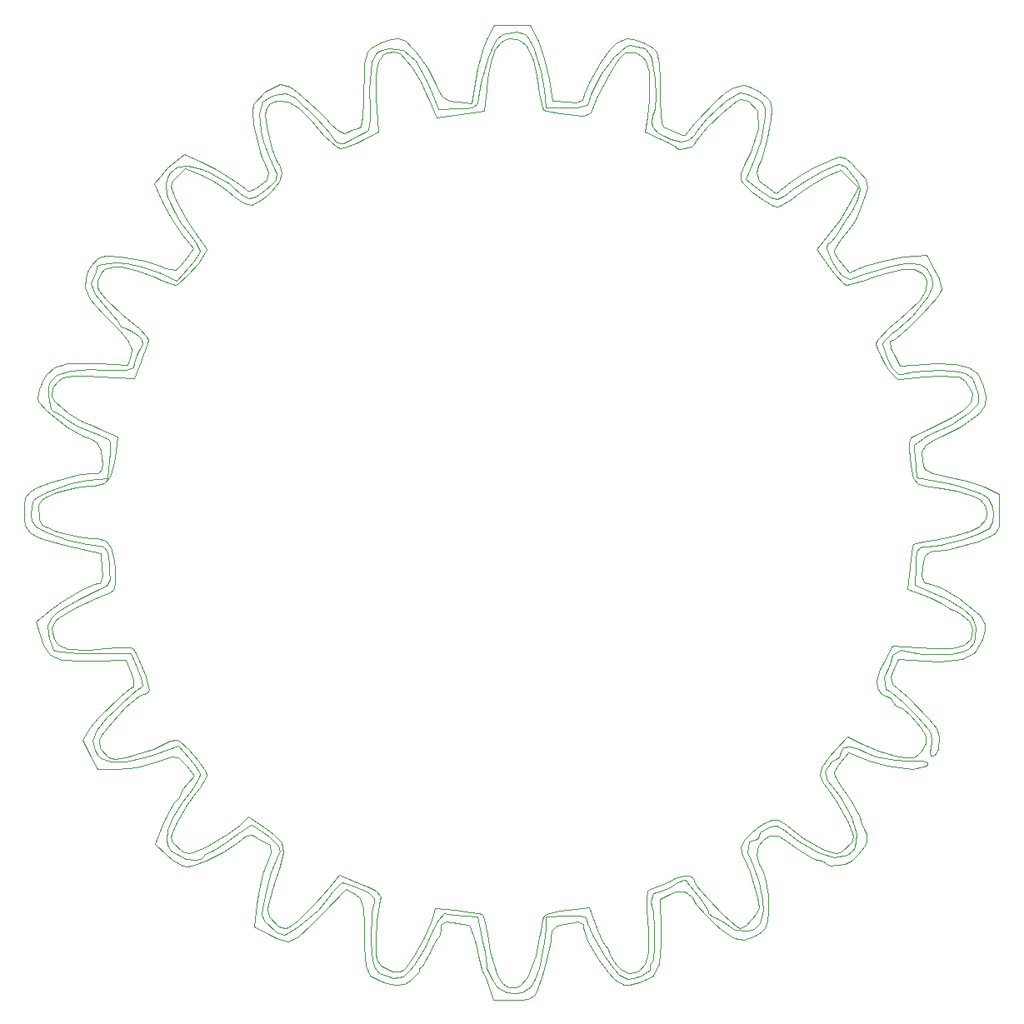
<source format=gbr>
%TF.GenerationSoftware,KiCad,Pcbnew,9.0.7*%
%TF.CreationDate,2026-02-11T00:05:44+01:00*%
%TF.ProjectId,BlinkerLED,426c696e-6b65-4724-9c45-442e6b696361,rev?*%
%TF.SameCoordinates,Original*%
%TF.FileFunction,Profile,NP*%
%FSLAX46Y46*%
G04 Gerber Fmt 4.6, Leading zero omitted, Abs format (unit mm)*
G04 Created by KiCad (PCBNEW 9.0.7) date 2026-02-11 00:05:44*
%MOMM*%
%LPD*%
G01*
G04 APERTURE LIST*
%TA.AperFunction,Profile*%
%ADD10C,0.026000*%
%TD*%
G04 APERTURE END LIST*
D10*
X66932600Y-78102995D02*
X67266267Y-77346333D01*
X102305420Y-143228104D02*
X101782892Y-143508320D01*
X139649765Y-66605212D02*
X140832501Y-66055646D01*
X121490481Y-148337568D02*
X120922354Y-148422459D01*
X100567961Y-59727605D02*
X101363322Y-61526059D01*
X75543634Y-129737780D02*
X76038514Y-129126512D01*
X151004848Y-116692687D02*
X148249398Y-116525900D01*
X77887531Y-74695892D02*
X77267192Y-73752668D01*
X76876846Y-74188994D02*
X77261137Y-74873948D01*
X63839423Y-86519995D02*
X65813353Y-86441687D01*
X87347941Y-143736802D02*
X89326558Y-141983156D01*
X112485299Y-60487825D02*
X112289166Y-58664384D01*
X144178556Y-68586791D02*
X143359294Y-70150708D01*
X150078826Y-122900669D02*
X150517090Y-123455678D01*
X147280232Y-117424630D02*
X147491240Y-116762305D01*
X86168054Y-145214977D02*
X85129433Y-144938875D01*
X148980012Y-76333662D02*
X147552030Y-76597861D01*
X66530990Y-104918534D02*
X67461890Y-105131180D01*
X106885786Y-55808413D02*
X107324605Y-54593032D01*
X68511446Y-76618015D02*
X69347492Y-76689115D01*
X94823561Y-147015948D02*
X95005581Y-147785944D01*
X60824859Y-89936068D02*
X61001145Y-89092962D01*
X65975467Y-87767027D02*
X67079637Y-87821837D01*
X101681052Y-144599107D02*
X101506149Y-144855163D01*
X112260607Y-142638947D02*
X112149690Y-142935141D01*
X94392120Y-62735658D02*
X94159199Y-62954920D01*
X72696199Y-127023125D02*
X70920080Y-127507010D01*
X134545297Y-142139691D02*
X134450527Y-140921741D01*
X82766456Y-62196037D02*
X82623399Y-60856756D01*
X70708046Y-115747238D02*
X70491409Y-115440655D01*
X75552848Y-137505751D02*
X74491946Y-136916747D01*
X148575652Y-87605518D02*
X148279667Y-87601887D01*
X155758042Y-114070007D02*
X155610491Y-114510035D01*
X74406192Y-68795069D02*
X74347199Y-68428209D01*
X63940193Y-91547592D02*
X62556817Y-90370925D01*
X67180750Y-108793066D02*
X67374987Y-108071441D01*
X75955964Y-127389949D02*
X75633402Y-126997680D01*
X125625610Y-64492534D02*
X125787368Y-64634321D01*
X72722060Y-135303963D02*
X73425468Y-133557494D01*
X142437195Y-73883227D02*
X141821338Y-74777800D01*
X76863515Y-130104453D02*
X77296792Y-129538176D01*
X148872188Y-126546893D02*
X147917042Y-126335928D01*
X62144479Y-112379206D02*
X61835976Y-113141708D01*
X69268360Y-82716482D02*
X69759696Y-82952628D01*
X121310578Y-53514932D02*
X122382321Y-53856171D01*
X66861057Y-76607845D02*
X66824686Y-76755980D01*
X110886512Y-52067725D02*
X111657069Y-53712896D01*
X141272455Y-126425731D02*
X140466717Y-127520668D01*
X61952657Y-103780986D02*
X63827456Y-104431552D01*
X144215695Y-136356044D02*
X143565369Y-137004333D01*
X99099855Y-147584959D02*
X100177143Y-145846203D01*
X111974354Y-56792045D02*
X111206097Y-54346574D01*
X135086371Y-141551925D02*
X135079960Y-142190955D01*
X135224140Y-59781758D02*
X135404297Y-60613447D01*
X152012208Y-126280243D02*
X151761036Y-126362725D01*
X106433924Y-53579898D02*
X107168594Y-52067725D01*
X142246366Y-65475904D02*
X142944234Y-65626031D01*
X95217586Y-146510215D02*
X95200754Y-144955736D01*
X96531024Y-54464806D02*
X95750230Y-54669354D01*
X92008718Y-139296923D02*
X93032526Y-139643894D01*
X73412370Y-126747745D02*
X72696199Y-127023125D01*
X84507791Y-136202108D02*
X84419754Y-135419922D01*
X119363372Y-148018630D02*
X119901996Y-148623426D01*
X148043598Y-83926804D02*
X147734149Y-84090881D01*
X152528914Y-116752999D02*
X151004848Y-116692687D01*
X82117149Y-68924510D02*
X82279725Y-68975465D01*
X79972291Y-135149469D02*
X80599522Y-134670395D01*
X132623828Y-145076911D02*
X131591615Y-144875853D01*
X101301231Y-58116810D02*
X101537809Y-58667303D01*
X72653551Y-77676459D02*
X73375657Y-77989905D01*
X114729876Y-61202158D02*
X115390357Y-61259810D01*
X86446402Y-58368543D02*
X87141711Y-58852261D01*
X73242933Y-76559295D02*
X73845974Y-76795736D01*
X112485299Y-142724667D02*
X114549049Y-142615864D01*
X125015754Y-139100684D02*
X124367624Y-139411403D01*
X84246582Y-141431078D02*
X84647653Y-139886741D01*
X68062350Y-106778352D02*
X68126820Y-107659830D01*
X121582526Y-54875964D02*
X122244652Y-55318269D01*
X72734046Y-126161507D02*
X75122651Y-125299890D01*
X65183322Y-116744573D02*
X63245506Y-116592317D01*
X95621425Y-141022243D02*
X95677676Y-140624668D01*
X117692209Y-144076571D02*
X117423560Y-143411116D01*
X74394722Y-136015203D02*
X75869548Y-136818961D01*
X142616303Y-77564665D02*
X142068410Y-76981785D01*
X93032526Y-139643894D02*
X93659389Y-139898992D01*
X71214391Y-83009284D02*
X70693013Y-82592016D01*
X84632043Y-59285048D02*
X83658062Y-59931979D01*
X143522519Y-135140699D02*
X142552587Y-136103305D01*
X138651828Y-134711028D02*
X137417224Y-133793750D01*
X70315505Y-117919631D02*
X69812994Y-116659740D01*
X135375270Y-132882668D02*
X134476373Y-133330120D01*
X84846777Y-66667221D02*
X85122588Y-67183711D01*
X124258370Y-62063761D02*
X124443726Y-62484334D01*
X107168594Y-52067725D02*
X109027553Y-52067725D01*
X151559898Y-126323883D02*
X151473090Y-125967593D01*
X75833099Y-66647456D02*
X77499500Y-67364940D01*
X146613411Y-120083913D02*
X147007912Y-120259330D01*
X111329415Y-150665142D02*
X110689967Y-151064978D01*
X74336705Y-70311988D02*
X74651558Y-71010871D01*
X74833926Y-133303249D02*
X75975218Y-131331837D01*
X66235267Y-76581422D02*
X66936290Y-75804475D01*
X147337402Y-86363676D02*
X147074768Y-85787090D01*
X66826046Y-94510093D02*
X66109436Y-94124645D01*
X64606299Y-105209958D02*
X63482910Y-104952368D01*
X150156244Y-105653006D02*
X150435677Y-105156045D01*
X122227597Y-54379125D02*
X121642712Y-54319402D01*
X84012692Y-140159899D02*
X83654317Y-141865958D01*
X68309413Y-122961429D02*
X69823499Y-121374528D01*
X152487027Y-79309225D02*
X152127805Y-79817867D01*
X141443516Y-74104518D02*
X141927337Y-73538165D01*
X66555155Y-108929113D02*
X66929714Y-108862125D01*
X67366869Y-97264860D02*
X67379586Y-96619036D01*
X98838590Y-54358737D02*
X99258394Y-54846971D01*
X156825858Y-114540523D02*
X156094735Y-115882741D01*
X84286510Y-67046992D02*
X83991694Y-66450728D01*
X62437720Y-91361525D02*
X62614174Y-91419870D01*
X69797859Y-87161110D02*
X68502805Y-87156149D01*
X125581670Y-138835046D02*
X125015754Y-139100684D01*
X104932554Y-60023676D02*
X105315904Y-57557873D01*
X110333126Y-53055182D02*
X109526882Y-52770927D01*
X83528708Y-65312335D02*
X82766456Y-62196037D01*
X123603393Y-59345976D02*
X123520331Y-57634247D01*
X91867528Y-64129201D02*
X91202893Y-64047512D01*
X133843383Y-59528347D02*
X132935534Y-59156562D01*
X154619952Y-92893008D02*
X152763243Y-93880853D01*
X123211413Y-147333754D02*
X123340558Y-147062960D01*
X71771454Y-76058396D02*
X73242933Y-76559295D01*
X84419754Y-135419922D02*
X84005549Y-135161123D01*
X98147936Y-149523416D02*
X97094269Y-149669873D01*
X69878571Y-76284728D02*
X68756002Y-76213629D01*
X62243091Y-113365657D02*
X62579437Y-112659962D01*
X150488398Y-76392744D02*
X149559322Y-76279640D01*
X85277095Y-143688343D02*
X84309074Y-142666573D01*
X148785743Y-120906545D02*
X147612875Y-119910375D01*
X143541641Y-131046550D02*
X144245380Y-132241963D01*
X76845195Y-136929125D02*
X77413023Y-136838665D01*
X151462247Y-105597784D02*
X150969213Y-106077259D01*
X66141504Y-87093417D02*
X64076929Y-87219815D01*
X102131132Y-142382694D02*
X102567879Y-142418734D01*
X77317828Y-75067598D02*
X77224800Y-75284664D01*
X93603868Y-140806777D02*
X93072160Y-140444719D01*
X124072796Y-58708069D02*
X124086040Y-59703807D01*
X85485337Y-58146139D02*
X86446402Y-58368543D01*
X100177143Y-145846203D02*
X100622900Y-144907971D01*
X124568096Y-62558369D02*
X125114459Y-62752192D01*
X73845974Y-76795736D02*
X74774784Y-77001906D01*
X157376214Y-100161944D02*
X156814649Y-99782831D01*
X68756002Y-76213629D02*
X67346304Y-76370081D01*
X153789982Y-115419217D02*
X151787134Y-115450420D01*
X154042857Y-86558519D02*
X155467017Y-86926222D01*
X60917484Y-100866988D02*
X61224352Y-100343275D01*
X65408242Y-92415215D02*
X65212241Y-92352125D01*
X84596276Y-68960880D02*
X85325038Y-68029125D01*
X153979259Y-111565893D02*
X154646728Y-111971179D01*
X71325248Y-86293995D02*
X71601142Y-85588257D01*
X150719112Y-107194946D02*
X150630945Y-108083855D01*
X116612799Y-143022512D02*
X116683060Y-143381420D01*
X134271352Y-63840212D02*
X134664738Y-61936054D01*
X124014267Y-140948476D02*
X124140745Y-143974350D01*
X135047256Y-140520386D02*
X135086371Y-141551925D01*
X96731972Y-53513778D02*
X97430835Y-53425362D01*
X128785326Y-61593457D02*
X127818556Y-62833273D01*
X112149690Y-142935141D02*
X111908377Y-144113795D01*
X122627671Y-55703607D02*
X122966450Y-56860374D01*
X134820535Y-68468981D02*
X135846458Y-69185737D01*
X115947625Y-142593488D02*
X116528928Y-142767621D01*
X105202877Y-144896268D02*
X104783844Y-143706772D01*
X123358439Y-140349051D02*
X123728553Y-140231125D01*
X126484532Y-140130725D02*
X125682541Y-140183109D01*
X147702536Y-119097474D02*
X148215099Y-119516879D01*
X102640146Y-59836232D02*
X103477525Y-59925550D01*
X68280674Y-126984596D02*
X69749344Y-126952235D01*
X155066004Y-88286236D02*
X155580014Y-89058852D01*
X64788258Y-92793330D02*
X66226146Y-93419662D01*
X60690905Y-100090286D02*
X60412858Y-100372313D01*
X149246386Y-120395684D02*
X151422894Y-122636738D01*
X73746284Y-132825584D02*
X74443133Y-131531835D01*
X67348541Y-96118673D02*
X67259653Y-95242952D01*
X81948460Y-134513177D02*
X81539693Y-134860374D01*
X68561979Y-106477257D02*
X68280241Y-105221866D01*
X151036699Y-124365353D02*
X151087397Y-125110515D01*
X127818556Y-62833273D02*
X127525389Y-63258515D01*
X84565041Y-68273747D02*
X83910320Y-68839120D01*
X68651249Y-121681719D02*
X67852774Y-122480273D01*
X70663059Y-86432741D02*
X70545564Y-86889967D01*
X141930156Y-125682651D02*
X141272455Y-126425731D01*
X149277598Y-82853614D02*
X148043598Y-83926804D01*
X120628389Y-53427479D02*
X121310578Y-53514932D01*
X122155951Y-148729316D02*
X123048659Y-148120408D01*
X152441682Y-124388877D02*
X152362860Y-125719939D01*
X136901663Y-133377039D02*
X136096612Y-132896623D01*
X74012820Y-133906624D02*
X73892255Y-134946719D01*
X155842933Y-113501880D02*
X155758042Y-114070007D01*
X143062635Y-136468112D02*
X143547685Y-136127211D01*
X82209009Y-133538278D02*
X82489984Y-133420293D01*
X75975218Y-131331837D02*
X76863515Y-130104453D01*
X132305101Y-135646057D02*
X132446380Y-136488669D01*
X77224800Y-75284664D02*
X76599073Y-76167078D01*
X73892255Y-134946719D02*
X73990420Y-135373316D01*
X137705091Y-135608325D02*
X137037752Y-135113771D01*
X83432058Y-134903277D02*
X82864689Y-134555812D01*
X142203299Y-73126088D02*
X142883741Y-72034371D01*
X100765113Y-143306206D02*
X100055299Y-144836418D01*
X142695407Y-125469903D02*
X143318384Y-125401472D01*
X132183805Y-143863325D02*
X131827699Y-143680817D01*
X144245380Y-132241963D02*
X144349599Y-132530576D01*
X83897403Y-58859130D02*
X84921157Y-58338394D01*
X112233867Y-60698673D02*
X112523090Y-60830674D01*
X75985231Y-72942877D02*
X76876846Y-74188994D01*
X154436967Y-110391443D02*
X155824761Y-111418771D01*
X132666915Y-136966709D02*
X133168615Y-138090470D01*
X123860327Y-63082481D02*
X123272977Y-62418985D01*
X98736631Y-149127855D02*
X98147936Y-149523416D01*
X67245752Y-124349745D02*
X68309413Y-122961429D01*
X138029974Y-69305194D02*
X139529029Y-68237546D01*
X126155438Y-63919148D02*
X125133405Y-63662168D01*
X147771048Y-117670752D02*
X147518521Y-118332439D01*
X74565440Y-67945279D02*
X75090149Y-67339949D01*
X147473843Y-120531742D02*
X147775831Y-120926995D01*
X124086040Y-59703807D02*
X124144395Y-61177756D01*
X75869548Y-136818961D02*
X76845195Y-136929125D01*
X66123638Y-79924149D02*
X65596078Y-78803349D01*
X154646728Y-111971179D02*
X155039028Y-112266019D01*
X80293661Y-68216793D02*
X80085895Y-68069710D01*
X144960219Y-125978966D02*
X145978362Y-126403604D01*
X124059740Y-57545610D02*
X124072796Y-58708069D01*
X157184431Y-102337186D02*
X156510327Y-103110760D01*
X156570007Y-100313248D02*
X157184942Y-101078470D01*
X150207876Y-122344249D02*
X148785743Y-120906545D01*
X124175846Y-145447786D02*
X123980441Y-147544939D01*
X74825594Y-69889833D02*
X74406192Y-68795069D01*
X117423560Y-143411116D02*
X116823139Y-141803207D01*
X158548199Y-101648106D02*
X158544030Y-102255731D01*
X105037290Y-60455323D02*
X104184290Y-60550641D01*
X78891897Y-66721331D02*
X80980595Y-67991887D01*
X66565728Y-115936489D02*
X70302413Y-115911553D01*
X143689199Y-134584020D02*
X143522519Y-135140699D01*
X114322520Y-143437774D02*
X113526634Y-143638676D01*
X116528928Y-142767621D02*
X116612799Y-143022512D01*
X135164798Y-62486970D02*
X134975733Y-63526344D01*
X154329872Y-87324753D02*
X153754485Y-87247585D01*
X147424412Y-87342083D02*
X148170121Y-88072999D01*
X122854268Y-144233917D02*
X122842449Y-146306038D01*
X142359313Y-71933768D02*
X141021512Y-73617108D01*
X118991686Y-54577540D02*
X119633307Y-53883465D01*
X141821338Y-74777800D02*
X141719874Y-75064291D01*
X146132624Y-119528734D02*
X146613411Y-120083913D01*
X135079960Y-142190955D02*
X135016672Y-143110968D01*
X105315904Y-57557873D02*
X105522722Y-56481128D01*
X93648237Y-139386586D02*
X91434444Y-138445711D01*
X105919824Y-148016944D02*
X105570962Y-146653451D01*
X153072210Y-110366508D02*
X151523712Y-109663321D01*
X107509936Y-148736287D02*
X106745769Y-146221088D01*
X130460972Y-60931253D02*
X131866164Y-59837898D01*
X109262670Y-150467325D02*
X110085254Y-150436825D01*
X65692476Y-77756754D02*
X65927717Y-77161554D01*
X116651269Y-60230694D02*
X115620561Y-60464027D01*
X68146511Y-98023620D02*
X68519990Y-96859028D01*
X100647941Y-146341063D02*
X100385861Y-146917529D01*
X122244652Y-55318269D02*
X122627671Y-55703607D01*
X79033839Y-67485641D02*
X78319129Y-67120593D01*
X156563950Y-112046342D02*
X157098388Y-112993977D01*
X146403164Y-117592119D02*
X146062613Y-118698981D01*
X155467017Y-86926222D02*
X156362032Y-87569804D01*
X141927337Y-73538165D02*
X142203299Y-73126088D01*
X64459140Y-87735624D02*
X65975467Y-87767027D01*
X126508003Y-138959334D02*
X126636580Y-138951941D01*
X113852995Y-61098936D02*
X114729876Y-61202158D01*
X68106808Y-96314525D02*
X67908299Y-98130625D01*
X151336509Y-93203581D02*
X149842907Y-93804806D01*
X133644151Y-68460375D02*
X132735246Y-67735640D01*
X85623882Y-67151418D02*
X85474894Y-66380364D01*
X127509399Y-141108349D02*
X127317578Y-140714412D01*
X132446380Y-136488669D02*
X132666915Y-136966709D01*
X60726449Y-104063216D02*
X60020341Y-103682945D01*
X151600623Y-77616338D02*
X151152427Y-76827568D01*
X144349599Y-132530576D02*
X144492245Y-133060243D01*
X78796175Y-135903507D02*
X79972291Y-135149469D01*
X67774631Y-115440316D02*
X65973844Y-115594387D01*
X151272796Y-105129297D02*
X152581470Y-104957898D01*
X90364619Y-140726712D02*
X90778603Y-140154718D01*
X100259136Y-59020671D02*
X100567961Y-59727605D01*
X73826796Y-68168066D02*
X73970568Y-69375737D01*
X74774784Y-77001906D02*
X74986154Y-76946241D01*
X124106186Y-63681249D02*
X124729855Y-63984725D01*
X66798882Y-123772691D02*
X66412559Y-124810697D01*
X145076855Y-134350732D02*
X145058801Y-135125423D01*
X68524120Y-109540863D02*
X68720143Y-108893109D01*
X86262592Y-59915943D02*
X87408758Y-60601439D01*
X91202893Y-64047512D02*
X90896650Y-63596777D01*
X146998469Y-119542547D02*
X146800037Y-118435844D01*
X128981788Y-142280870D02*
X128992843Y-142380316D01*
X64184896Y-98669087D02*
X61781213Y-99482021D01*
X150458426Y-80010159D02*
X149156927Y-81298845D01*
X143565369Y-137004333D02*
X142866793Y-137381634D01*
X84102510Y-133816824D02*
X82245807Y-132538064D01*
X123537112Y-60596735D02*
X123603393Y-59345976D01*
X74970229Y-78100657D02*
X73138472Y-77290567D01*
X148279667Y-87601887D02*
X147679933Y-87000412D01*
X133858053Y-136397910D02*
X134163377Y-137339151D01*
X142276945Y-66266325D02*
X141895448Y-66352758D01*
X75038080Y-66503246D02*
X74278128Y-67109563D01*
X101524356Y-60681822D02*
X100933627Y-59098924D01*
X76105227Y-136268725D02*
X75528882Y-136109484D01*
X85226866Y-66051272D02*
X85045204Y-65767462D01*
X123340558Y-147062960D02*
X123493346Y-145706818D01*
X144132926Y-68002145D02*
X142939357Y-66526926D01*
X71324019Y-118386307D02*
X71461376Y-119247610D01*
X150078405Y-96862533D02*
X149991012Y-95863713D01*
X111785133Y-59137754D02*
X112095614Y-60416958D01*
X142552587Y-136103305D02*
X141991670Y-136268725D01*
X127141710Y-138527044D02*
X126506953Y-138530113D01*
X60937000Y-102350470D02*
X60917484Y-100866988D01*
X122511536Y-54448571D02*
X122227597Y-54379125D01*
X120379123Y-149676890D02*
X119453008Y-149124166D01*
X132267088Y-59672826D02*
X133030720Y-59813332D01*
X85474894Y-66380364D02*
X85226866Y-66051272D01*
X77232346Y-127994083D02*
X77318999Y-128254909D01*
X116305603Y-61297589D02*
X116952676Y-61109882D01*
X109027553Y-52067725D02*
X110886512Y-52067725D01*
X117124577Y-60782506D02*
X117653824Y-59455229D01*
X150630945Y-108083855D02*
X150856546Y-108754962D01*
X123315653Y-56032950D02*
X123176373Y-55452275D01*
X88704759Y-143423691D02*
X87206457Y-144774913D01*
X155658949Y-103503484D02*
X153944831Y-104042305D01*
X134028220Y-58813303D02*
X134823672Y-59375380D01*
X67605745Y-76904020D02*
X68511446Y-76618015D01*
X119453008Y-149124166D02*
X118839245Y-148404287D01*
X101506149Y-144855163D02*
X101361814Y-144972792D01*
X124861979Y-139802106D02*
X125358324Y-139529791D01*
X85004509Y-67857025D02*
X84565041Y-68273747D01*
X107428693Y-53550446D02*
X107162808Y-53979864D01*
X59558861Y-100133489D02*
X60014361Y-99476520D01*
X157051502Y-90712833D02*
X156529617Y-91445947D01*
X66986961Y-97613155D02*
X67366869Y-97264860D01*
X122382321Y-53856171D02*
X123275787Y-54360812D01*
X77176917Y-126859717D02*
X76165168Y-125661838D01*
X84466255Y-144593197D02*
X82861228Y-143719632D01*
X118839245Y-148404287D02*
X117801091Y-147001769D01*
X152189854Y-99093075D02*
X154166396Y-99436696D01*
X62531673Y-86883269D02*
X63839423Y-86519995D01*
X126911111Y-63791627D02*
X126155438Y-63919148D01*
X85643872Y-135174216D02*
X84800270Y-134314254D01*
X71385597Y-84005311D02*
X71456159Y-84545927D01*
X83828455Y-143085837D02*
X85132148Y-144305393D01*
X66617554Y-79414473D02*
X67425088Y-80419367D01*
X148477099Y-86735874D02*
X150953599Y-86534337D01*
X127526986Y-62064512D02*
X129708054Y-59766666D01*
X152274399Y-93344972D02*
X153598645Y-92708170D01*
X101537809Y-58667303D02*
X101925099Y-59393608D01*
X85129433Y-144938875D02*
X84466255Y-144593197D01*
X151380941Y-99007658D02*
X152189854Y-99093075D01*
X85081942Y-136754425D02*
X84548960Y-138239819D01*
X149559322Y-76279640D02*
X148980012Y-76333662D01*
X64679457Y-111316419D02*
X66922874Y-110235481D01*
X83290047Y-61075536D02*
X83490409Y-62832518D01*
X112980599Y-144692202D02*
X112948038Y-145110696D01*
X109477434Y-53516273D02*
X109933479Y-53734266D01*
X65134000Y-97762797D02*
X66357941Y-97639244D01*
X137417224Y-133793750D02*
X136901663Y-133377039D01*
X83598458Y-142436009D02*
X83828455Y-143085837D01*
X134113399Y-134487953D02*
X134224470Y-134173216D01*
X81763746Y-70256608D02*
X82591928Y-70354973D01*
X149191970Y-126853745D02*
X149822492Y-126859355D01*
X141768770Y-127945986D02*
X141709639Y-128126340D01*
X109812686Y-149737909D02*
X109429674Y-149903766D01*
X83910320Y-68839120D02*
X82954643Y-69545208D01*
X95213361Y-57376887D02*
X95286093Y-56602420D01*
X140882499Y-137259325D02*
X140559842Y-137026121D01*
X74491946Y-136916747D02*
X73933623Y-136446744D01*
X104225460Y-142635834D02*
X105504372Y-142707625D01*
X143550259Y-66182756D02*
X143974216Y-66628646D01*
X65413607Y-109403838D02*
X66555155Y-108929113D01*
X87141711Y-58852261D02*
X87757821Y-59353245D01*
X66916565Y-127683525D02*
X66147358Y-126233555D01*
X65858248Y-98356764D02*
X64184896Y-98669087D01*
X66922874Y-110235481D02*
X68200613Y-109722726D01*
X127940358Y-140591765D02*
X128398174Y-141194164D01*
X128845831Y-140842101D02*
X127688074Y-139452373D01*
X74560336Y-132606814D02*
X74012820Y-133906624D01*
X71791002Y-118292420D02*
X71257601Y-116890997D01*
X77413023Y-136838665D02*
X77649199Y-136621177D01*
X63268365Y-110661889D02*
X65413607Y-109403838D01*
X63029893Y-112283250D02*
X63445291Y-112007560D01*
X107162808Y-53979864D02*
X106589421Y-55350913D01*
X140466717Y-127520668D02*
X140287238Y-128336098D01*
X93476286Y-63303821D02*
X92529918Y-63797518D01*
X65801591Y-104835868D02*
X66530990Y-104918534D01*
X81201747Y-134204349D02*
X82209009Y-133538278D01*
X77318999Y-128254909D02*
X77230211Y-128531782D01*
X119380598Y-55290214D02*
X118028495Y-57118402D01*
X118925839Y-146365825D02*
X118792461Y-145997852D01*
X123728553Y-140231125D02*
X123993616Y-140175785D01*
X76043935Y-77498759D02*
X77111347Y-76287583D01*
X62601320Y-115672015D02*
X63235243Y-115806597D01*
X99720404Y-147825725D02*
X99546951Y-147907296D01*
X64732683Y-99092623D02*
X65946538Y-98960930D01*
X120636455Y-54230492D02*
X119380598Y-55290214D01*
X70491409Y-115440655D02*
X70195345Y-115336955D01*
X85122588Y-67183711D02*
X85004509Y-67857025D01*
X67157553Y-93151676D02*
X66444728Y-92841225D01*
X144311964Y-125696514D02*
X144960219Y-125978966D01*
X69347492Y-76689115D02*
X70950847Y-77053429D01*
X143629002Y-134216647D02*
X143689199Y-134584020D01*
X150661486Y-95434698D02*
X150687452Y-96290378D01*
X132576914Y-58163237D02*
X133136455Y-58347182D01*
X92150221Y-139915698D02*
X89770160Y-142345460D01*
X111452390Y-146716785D02*
X110551293Y-148909069D01*
X134975733Y-63526344D02*
X134504902Y-65361388D01*
X62239721Y-89863165D02*
X62373470Y-88895631D01*
X122755317Y-61385411D02*
X122519073Y-62943397D01*
X60014361Y-99476520D02*
X60712208Y-99110942D01*
X106380738Y-143717065D02*
X106062302Y-142634760D01*
X156129034Y-113328716D02*
X155922627Y-112524274D01*
X141021512Y-73617108D02*
X139981856Y-74859190D01*
X134476373Y-133330120D02*
X133878698Y-133725295D01*
X156103998Y-91848889D02*
X154619952Y-92893008D01*
X84076272Y-69430586D02*
X84596276Y-68960880D01*
X122994113Y-57877319D02*
X122922914Y-59712240D01*
X93946887Y-58724968D02*
X93965183Y-57559257D01*
X128398174Y-141194164D02*
X128953061Y-142094140D01*
X132182348Y-59001925D02*
X131806056Y-59104217D01*
X115390357Y-61259810D02*
X116305603Y-61297589D01*
X143290636Y-67698871D02*
X144178556Y-68586791D01*
X66147358Y-126233555D02*
X65378151Y-124783586D01*
X152763243Y-93880853D02*
X152033193Y-94220221D01*
X62373470Y-88895631D02*
X62837188Y-88342736D01*
X103210994Y-142542446D02*
X104225460Y-142635834D01*
X120911114Y-149640818D02*
X120379123Y-149676890D01*
X124729855Y-63984725D02*
X125625610Y-64492534D01*
X149443136Y-107260662D02*
X149223681Y-109402665D01*
X127685760Y-63831616D02*
X128834309Y-62485273D01*
X74347199Y-134661120D02*
X74407185Y-134330136D01*
X62542539Y-114502026D02*
X62304398Y-113805428D01*
X61866480Y-89755629D02*
X62140966Y-91136623D01*
X82954643Y-69545208D02*
X82288574Y-69737705D01*
X137373878Y-68056118D02*
X138334451Y-67370365D01*
X71640056Y-126523928D02*
X72734046Y-126161507D01*
X77979399Y-74934719D02*
X77887531Y-74695892D01*
X100904550Y-145764498D02*
X100647941Y-146341063D01*
X90545963Y-62065694D02*
X91258018Y-62738534D01*
X151152427Y-76827568D02*
X150488398Y-76392744D01*
X86217774Y-144425046D02*
X87347941Y-143736802D01*
X119903892Y-55452275D02*
X120488244Y-54938611D01*
X66226146Y-93419662D02*
X66881985Y-93664297D01*
X143386575Y-78417253D02*
X144896761Y-77981127D01*
X88687485Y-61845491D02*
X89379585Y-62678786D01*
X67247899Y-105750095D02*
X64606299Y-105209958D01*
X68430125Y-81529482D02*
X68982235Y-82265348D01*
X127688074Y-139452373D02*
X127509399Y-139088626D01*
X147505972Y-84959279D02*
X147899249Y-85719940D01*
X151009849Y-97238570D02*
X151705179Y-97628491D01*
X123282159Y-61283987D02*
X123439303Y-60870688D01*
X68968658Y-127683525D02*
X66916565Y-127683525D01*
X78392149Y-136085598D02*
X78796175Y-135903507D01*
X154807304Y-115730969D02*
X155344079Y-115489991D01*
X108243431Y-53635529D02*
X108691667Y-53470367D01*
X99835358Y-58004170D02*
X100259136Y-59020671D01*
X149891854Y-76895202D02*
X150693265Y-77301894D01*
X90896650Y-63596777D02*
X90547823Y-63134487D01*
X134436347Y-137966216D02*
X134722913Y-138731218D01*
X150889698Y-127491151D02*
X149703623Y-127684492D01*
X106464267Y-147825725D02*
X106472395Y-147929944D01*
X122842449Y-146306038D02*
X122552595Y-147554100D01*
X146714372Y-84818358D02*
X146660999Y-84545529D01*
X68156847Y-94488959D02*
X68166754Y-95589662D01*
X85239305Y-59783211D02*
X86262592Y-59915943D01*
X142883741Y-72034371D02*
X143592328Y-70899326D01*
X151759164Y-78153525D02*
X151600623Y-77616338D01*
X73970568Y-69375737D02*
X74336705Y-70311988D01*
X82975153Y-68668502D02*
X83422350Y-68348392D01*
X86013747Y-59068997D02*
X85358016Y-59111318D01*
X75462333Y-72375025D02*
X75985231Y-72942877D01*
X74733338Y-131129343D02*
X75160239Y-130563412D01*
X77427428Y-65974044D02*
X78891897Y-66721331D01*
X110950858Y-149844309D02*
X111333307Y-149049948D01*
X65946538Y-98960930D02*
X66593132Y-98932497D01*
X134312293Y-140171413D02*
X134095837Y-139263082D01*
X80085895Y-68069710D02*
X79033839Y-67485641D01*
X93944676Y-141814736D02*
X93603868Y-140806777D01*
X93136689Y-64114676D02*
X93815047Y-63796895D01*
X150677562Y-125814298D02*
X150302562Y-126189151D01*
X66530349Y-109673165D02*
X64877748Y-110482007D01*
X83228334Y-140391087D02*
X83687131Y-138415771D01*
X123283545Y-148767660D02*
X121908340Y-149426183D01*
X76599073Y-76167078D02*
X76143443Y-76723741D01*
X67425088Y-80419367D02*
X68027781Y-81077695D01*
X84178914Y-141950728D02*
X84246582Y-141431078D01*
X91946629Y-63139057D02*
X92238329Y-63058730D01*
X123980441Y-147544939D02*
X123283545Y-148767660D01*
X60153655Y-101863643D02*
X60199714Y-102479541D01*
X71461376Y-119247610D02*
X71298520Y-119396806D01*
X135648074Y-133446326D02*
X135882567Y-133485217D01*
X149525438Y-93975214D02*
X149345357Y-94556061D01*
X95187723Y-140107475D02*
X94303037Y-139670258D01*
X139981856Y-74859190D02*
X141230013Y-76671458D01*
X95005581Y-147785944D02*
X95542523Y-148412735D01*
X106589421Y-55350913D02*
X105848615Y-57958627D01*
X70877579Y-85661407D02*
X70663059Y-86432741D01*
X61583358Y-100107723D02*
X62681173Y-99637259D01*
X62780662Y-87629073D02*
X62100624Y-88369204D01*
X146089244Y-84742673D02*
X146591683Y-85892556D01*
X130701357Y-59813458D02*
X128785326Y-61593457D01*
X150831590Y-110003086D02*
X151497045Y-110271735D01*
X126767171Y-139119536D02*
X127461840Y-139993255D01*
X147734149Y-84090881D02*
X147426984Y-84179899D01*
X67797851Y-109088090D02*
X67084510Y-109447220D01*
X126636580Y-138951941D02*
X126767171Y-139119536D01*
X83490409Y-62832518D02*
X83791986Y-63977543D01*
X85358016Y-59111318D02*
X84632043Y-59285048D01*
X132735246Y-67735640D02*
X133601676Y-65776489D01*
X147298818Y-119758725D02*
X146998469Y-119542547D01*
X126506953Y-138530113D02*
X125581670Y-138835046D01*
X142368399Y-126263665D02*
X142403068Y-125906197D01*
X157476271Y-103233221D02*
X157854138Y-102554080D01*
X142516087Y-129533965D02*
X143028799Y-130286985D01*
X72035799Y-84071535D02*
X71929845Y-83797590D01*
X94536028Y-58609332D02*
X94548047Y-60607879D01*
X141786468Y-75249807D02*
X142211339Y-75912268D01*
X137006654Y-69179453D02*
X136656233Y-69475534D01*
X141615800Y-65713709D02*
X142246366Y-65475904D01*
X106250608Y-146260306D02*
X106471718Y-147623800D01*
X148396812Y-121409725D02*
X148664340Y-121527370D01*
X121356815Y-148961040D02*
X122155951Y-148729316D01*
X145058801Y-135125423D02*
X144793922Y-135598533D01*
X158548199Y-99734246D02*
X158548199Y-101648106D01*
X150829774Y-106592000D02*
X150719112Y-107194946D01*
X105607955Y-59497225D02*
X105532373Y-60064135D01*
X132768953Y-143634232D02*
X132183805Y-143863325D01*
X69749344Y-126952235D02*
X71640056Y-126523928D01*
X103787411Y-61162454D02*
X106211499Y-60798849D01*
X142068410Y-76981785D02*
X141471561Y-76104537D01*
X72111419Y-119696964D02*
X72102811Y-119411753D01*
X76630673Y-129537539D02*
X76193767Y-130142545D01*
X147491240Y-116762305D02*
X147692332Y-116082670D01*
X95910321Y-55061635D02*
X96333425Y-54896922D01*
X134725808Y-61323802D02*
X134753013Y-60499238D01*
X71425276Y-76660940D02*
X69878571Y-76284728D01*
X108020453Y-53027803D02*
X107428693Y-53550446D01*
X122552595Y-147554100D02*
X121936240Y-148186782D01*
X156818371Y-103608701D02*
X157476271Y-103233221D01*
X80674576Y-68586860D02*
X80293661Y-68216793D01*
X65378151Y-124783586D02*
X66183666Y-123507567D01*
X75251307Y-72110083D02*
X75462333Y-72375025D01*
X118440625Y-146739051D02*
X119363372Y-148018630D01*
X72556901Y-125704160D02*
X69777852Y-126544909D01*
X109801029Y-151124672D02*
X109136514Y-151127725D01*
X91930102Y-64550746D02*
X93136689Y-64114676D01*
X152419378Y-77876458D02*
X152640986Y-78911996D01*
X150687452Y-96290378D02*
X150824070Y-96863888D01*
X63235243Y-115806597D02*
X64958494Y-115921992D01*
X130689132Y-58972456D02*
X131516345Y-58434205D01*
X111206097Y-54346574D02*
X110618353Y-53307524D01*
X96279372Y-149469410D02*
X95567549Y-149250216D01*
X70950847Y-77053429D02*
X72653551Y-77676459D01*
X151068681Y-94808309D02*
X150661486Y-95434698D01*
X150435677Y-105156045D02*
X150788499Y-105125307D01*
X60666368Y-112738593D02*
X61975933Y-111626641D01*
X62099740Y-116084953D02*
X61426036Y-115080787D01*
X73933623Y-136446744D02*
X72722060Y-135303963D01*
X142211339Y-75912268D02*
X142517286Y-76307620D01*
X96333425Y-54896922D02*
X97048996Y-54826636D01*
X63245506Y-116592317D02*
X62099740Y-116084953D01*
X83926918Y-61223696D02*
X83971038Y-60779568D01*
X93286487Y-62587107D02*
X93616175Y-62412020D01*
X95282427Y-146988407D02*
X95217586Y-146510215D01*
X127525389Y-63258515D02*
X126911111Y-63791627D01*
X151140106Y-75440754D02*
X152002430Y-77044789D01*
X123993616Y-140175785D02*
X124861979Y-139802106D01*
X149824310Y-98174713D02*
X150336110Y-98770037D01*
X148512043Y-88100305D02*
X149115687Y-88007184D01*
X146228179Y-125812743D02*
X144627053Y-125154694D01*
X81901212Y-68687120D02*
X82117149Y-68924510D01*
X60712208Y-99110942D02*
X62089854Y-98556328D01*
X66469083Y-77762918D02*
X66256100Y-78378630D01*
X119615521Y-55823158D02*
X119903892Y-55452275D01*
X139695983Y-136824906D02*
X138435575Y-136121167D01*
X135174254Y-134464285D02*
X134526149Y-134929289D01*
X64958494Y-115921992D02*
X66565728Y-115936489D01*
X63070164Y-115212101D02*
X62822032Y-115009182D01*
X95542523Y-148412735D02*
X96244481Y-148732690D01*
X83742069Y-134125582D02*
X84321347Y-134604881D01*
X59488199Y-101574191D02*
X59491541Y-100961500D01*
X125108824Y-140426518D02*
X124014267Y-140948476D01*
X151306795Y-123644737D02*
X150207876Y-122344249D01*
X133943893Y-60795120D02*
X134031352Y-62570615D01*
X128953061Y-142094140D02*
X128981788Y-142280870D01*
X151215288Y-127270775D02*
X150889698Y-127491151D01*
X71539398Y-120088925D02*
X71889494Y-119973787D01*
X99115267Y-148815994D02*
X98736631Y-149127855D01*
X112307161Y-145338542D02*
X112429967Y-143871846D01*
X152127805Y-79817867D02*
X150836923Y-81284847D01*
X150693265Y-77301894D02*
X150953599Y-77658225D01*
X150639013Y-116043826D02*
X153606481Y-116006797D01*
X153754485Y-87247585D02*
X152456293Y-87155367D01*
X111173362Y-55630492D02*
X111495699Y-57232455D01*
X133607736Y-134947925D02*
X133964861Y-134812808D01*
X134281128Y-65931041D02*
X134054841Y-66396805D01*
X100933627Y-59098924D02*
X100381176Y-57755025D01*
X77891349Y-128589703D02*
X77979399Y-128324330D01*
X123042677Y-147811127D02*
X123023417Y-147559536D01*
X153944831Y-104042305D02*
X152026156Y-104402136D01*
X106118417Y-54361613D02*
X106433924Y-53579898D01*
X110085254Y-150436825D02*
X110950858Y-149844309D01*
X74407185Y-134330136D02*
X74833926Y-133303249D01*
X105848615Y-57958627D02*
X105607955Y-59497225D01*
X77296792Y-129538176D02*
X77891349Y-128589703D01*
X144793922Y-135598533D02*
X144215695Y-136356044D01*
X150856546Y-108754962D02*
X151264925Y-108862125D01*
X132588975Y-134886719D02*
X132305101Y-135646057D01*
X137498591Y-68783099D02*
X137006654Y-69179453D01*
X62089854Y-98556328D02*
X65134000Y-97762797D01*
X143088407Y-124400606D02*
X141930156Y-125682651D01*
X68697884Y-108002677D02*
X68651128Y-107366237D01*
X112716173Y-146350019D02*
X112094621Y-148655327D01*
X143547685Y-136127211D02*
X143885869Y-135640838D01*
X95677676Y-140624668D02*
X95187723Y-140107475D01*
X140070667Y-136929125D02*
X139695983Y-136824906D01*
X91174390Y-64480065D02*
X91550485Y-64615325D01*
X67379586Y-96619036D02*
X67348541Y-96118673D01*
X147582443Y-83456796D02*
X148167319Y-82977215D01*
X75540117Y-131034677D02*
X74560336Y-132606814D01*
X157227399Y-101703596D02*
X157184431Y-102337186D01*
X134304210Y-68972549D02*
X133644151Y-68460375D01*
X116348521Y-59114149D02*
X116815230Y-57956464D01*
X135596197Y-70471762D02*
X135952342Y-70558925D01*
X122719796Y-142036232D02*
X122771059Y-142823624D01*
X142517286Y-76307620D02*
X143302822Y-77268416D01*
X132486371Y-68163652D02*
X133364466Y-69017850D01*
X125826932Y-139267219D02*
X126508003Y-138959334D01*
X123698411Y-54795290D02*
X123996908Y-55955756D01*
X149792995Y-87339440D02*
X148575652Y-87605518D01*
X77873639Y-127959013D02*
X77176917Y-126859717D01*
X99575046Y-148103414D02*
X99561985Y-148270159D01*
X140670068Y-129162569D02*
X141052364Y-129670741D01*
X144392242Y-67081356D02*
X144930796Y-67765836D01*
X65564407Y-93889823D02*
X63857987Y-92994252D01*
X119686493Y-147618554D02*
X119391653Y-147226254D01*
X105522722Y-56481128D02*
X106118417Y-54361613D01*
X75633402Y-126997680D02*
X75075351Y-126528058D01*
X66997834Y-122432957D02*
X69236319Y-120219719D01*
X83089704Y-141400959D02*
X83228334Y-140391087D01*
X84378903Y-60150525D02*
X84770715Y-59922322D01*
X84624037Y-64650042D02*
X84070499Y-62426888D01*
X127461840Y-139993255D02*
X127940358Y-140591765D01*
X155521867Y-112696333D02*
X155842933Y-113501880D01*
X142403068Y-125906197D02*
X142695407Y-125469903D01*
X68126820Y-107659830D02*
X68153520Y-108436873D01*
X152143296Y-123561569D02*
X152441682Y-124388877D01*
X133601676Y-65776489D02*
X134271352Y-63840212D01*
X158544030Y-102255731D02*
X158478591Y-103090526D01*
X144923854Y-69238125D02*
X144692802Y-69901082D01*
X134031352Y-62570615D02*
X133284780Y-64971023D01*
X70537273Y-119296911D02*
X70575458Y-118618180D01*
X106471718Y-147623800D02*
X106464267Y-147825725D01*
X130467162Y-142498218D02*
X128845831Y-140842101D01*
X118986367Y-146558785D02*
X118925839Y-146365825D01*
X144335278Y-68810366D02*
X144132926Y-68002145D01*
X62304398Y-113805428D02*
X62243091Y-113365657D01*
X149727388Y-81627762D02*
X151331057Y-79660517D01*
X75934636Y-75724000D02*
X76644510Y-74780375D01*
X71979732Y-84404103D02*
X72035799Y-84071535D01*
X142939357Y-66526926D02*
X142276945Y-66266325D01*
X83422350Y-68348392D02*
X84054439Y-67820501D01*
X148656811Y-76896535D02*
X149891854Y-76895202D01*
X73537777Y-70134690D02*
X72666336Y-68224554D01*
X99772599Y-57819802D02*
X99835358Y-58004170D01*
X133065236Y-144147819D02*
X133651217Y-143940819D01*
X61426036Y-115080787D02*
X61166210Y-114348123D01*
X126327484Y-63258810D02*
X126612358Y-63267506D01*
X151089116Y-78985706D02*
X150458426Y-80010159D01*
X133900717Y-142380554D02*
X132768953Y-143634232D01*
X111651145Y-58297821D02*
X111785133Y-59137754D01*
X122922914Y-59712240D02*
X122755317Y-61385411D01*
X63445291Y-112007560D02*
X64679457Y-111316419D01*
X127672242Y-141406480D02*
X127509399Y-141108349D01*
X149540151Y-106409861D02*
X149443136Y-107260662D01*
X148818002Y-75668742D02*
X151140106Y-75440754D01*
X157887799Y-101777575D02*
X157851414Y-101045235D01*
X100956846Y-144133494D02*
X101493789Y-143049633D01*
X111657069Y-53712896D02*
X112308494Y-55531236D01*
X151761036Y-126362725D02*
X151559898Y-126323883D01*
X84320203Y-65507447D02*
X84846777Y-66667221D01*
X127509399Y-64218051D02*
X127685760Y-63831616D01*
X149703623Y-127684492D02*
X147134361Y-127395305D01*
X61001145Y-89092962D02*
X61402709Y-88078166D01*
X138334451Y-67370365D02*
X139649765Y-66605212D01*
X80980595Y-67991887D02*
X81901212Y-68687120D01*
X147661291Y-115209610D02*
X146727334Y-116933979D01*
X122519073Y-62943397D02*
X124106186Y-63681249D01*
X77499500Y-67364940D02*
X78951811Y-68129078D01*
X68153520Y-108436873D02*
X67797851Y-109088090D01*
X60653854Y-103105258D02*
X61399302Y-103521869D01*
X74041020Y-66600936D02*
X74848772Y-65872197D01*
X140577534Y-66939014D02*
X138942720Y-67842650D01*
X155432796Y-91480725D02*
X156214273Y-90722438D01*
X143974216Y-66628646D02*
X144392242Y-67081356D01*
X121089984Y-54175811D02*
X120636455Y-54230492D01*
X93965183Y-57559257D02*
X94035321Y-55962972D01*
X61257723Y-102879870D02*
X60937000Y-102350470D01*
X63255382Y-91813843D02*
X63641160Y-92100946D01*
X116692364Y-145122575D02*
X116330361Y-144160166D01*
X81539693Y-134860374D02*
X81032151Y-135268257D01*
X70693013Y-82592016D02*
X69419715Y-81577651D01*
X105893683Y-142427868D02*
X105570839Y-142351123D01*
X102992049Y-143321187D02*
X102305420Y-143228104D01*
X150836923Y-81284847D02*
X149277598Y-82853614D01*
X157045092Y-113582595D02*
X156825858Y-114540523D01*
X71929845Y-83797590D02*
X71214391Y-83009284D01*
X93928930Y-59852558D02*
X93946887Y-58724968D01*
X76220825Y-126570649D02*
X76647225Y-127096688D01*
X91434444Y-138445711D02*
X90418507Y-139751168D01*
X117022724Y-59116641D02*
X116788020Y-59992525D01*
X117174991Y-144539288D02*
X118440625Y-146739051D01*
X104605660Y-143529491D02*
X103976825Y-143466803D01*
X124140745Y-143974350D02*
X124175846Y-145447786D01*
X150037812Y-107046025D02*
X150069037Y-106457468D01*
X69812994Y-116659740D02*
X66549246Y-116731816D01*
X109136514Y-151127725D02*
X107088214Y-151127725D01*
X106336117Y-148917965D02*
X106046872Y-148321025D01*
X154913078Y-111487787D02*
X153072210Y-110366508D01*
X151422894Y-122636738D02*
X152143296Y-123561569D01*
X68982235Y-82265348D02*
X69063999Y-82458794D01*
X123048659Y-148120408D02*
X123042677Y-147811127D01*
X146011472Y-84415485D02*
X146089244Y-84742673D01*
X101181922Y-141814670D02*
X100949696Y-142756448D01*
X133030720Y-59813332D02*
X133943893Y-60795120D01*
X70614696Y-88008328D02*
X71325248Y-86293995D01*
X68502805Y-87156149D02*
X67509433Y-87121285D01*
X151691953Y-124856334D02*
X151556148Y-124062666D01*
X144899361Y-76582573D02*
X146709034Y-76031225D01*
X99546951Y-147907296D02*
X99575046Y-148103414D01*
X149388278Y-95344171D02*
X149449775Y-95905818D01*
X103531870Y-60584824D02*
X101524356Y-60681822D01*
X95200754Y-144955736D02*
X95306455Y-143095454D01*
X113157628Y-59827425D02*
X114720113Y-59928067D01*
X116788020Y-59992525D02*
X116651269Y-60230694D01*
X64076929Y-87219815D02*
X62780662Y-87629073D01*
X71074022Y-83703120D02*
X71385597Y-84005311D01*
X74986154Y-76946241D02*
X75363197Y-76472279D01*
X65927717Y-77161554D02*
X66235267Y-76581422D01*
X135016672Y-143110968D02*
X134704601Y-143904233D01*
X147552030Y-76597861D02*
X144708330Y-77390786D01*
X97949165Y-148774592D02*
X98601009Y-148171326D01*
X134098826Y-141742017D02*
X133900717Y-142380554D01*
X97952013Y-54682805D02*
X96531024Y-54464806D01*
X94153639Y-147697671D02*
X94004633Y-145860846D01*
X60929063Y-90330957D02*
X60824859Y-89936068D01*
X122771059Y-142823624D02*
X122854268Y-144233917D01*
X107520514Y-149870263D02*
X108452543Y-150433404D01*
X143028799Y-130286985D02*
X143541641Y-131046550D01*
X121642712Y-54319402D02*
X121089984Y-54175811D01*
X133964861Y-134812808D02*
X134113399Y-134487953D01*
X152631514Y-110831470D02*
X152960799Y-111053616D01*
X98601009Y-148171326D02*
X99099855Y-147584959D01*
X75122651Y-125299890D02*
X76220825Y-126570649D01*
X69943147Y-86649458D02*
X70256422Y-85620942D01*
X68088213Y-94248690D02*
X68156847Y-94488959D01*
X76038514Y-129126512D02*
X76739230Y-128380634D01*
X99891658Y-147708576D02*
X99720404Y-147825725D01*
X61415677Y-104341370D02*
X60726449Y-104063216D01*
X106491333Y-144459174D02*
X106380738Y-143717065D01*
X116242334Y-143441562D02*
X115647357Y-143240168D01*
X67891368Y-105652775D02*
X68062350Y-106778352D01*
X150517090Y-123455678D02*
X151036699Y-124365353D01*
X105570839Y-142351123D02*
X104211005Y-142147628D01*
X134664738Y-61936054D02*
X134725808Y-61323802D01*
X153213511Y-97954793D02*
X155226431Y-98426723D01*
X133560169Y-137555164D02*
X133306935Y-136965936D01*
X75363197Y-76472279D02*
X75934636Y-75724000D01*
X79570884Y-136166665D02*
X77896058Y-136988204D01*
X118251944Y-145211040D02*
X117692209Y-144076571D01*
X133651217Y-143940819D02*
X134210352Y-143390151D01*
X140581203Y-135817229D02*
X138651828Y-134711028D01*
X121936240Y-148186782D02*
X121490481Y-148337568D01*
X147679933Y-87000412D02*
X147337402Y-86363676D01*
X146727334Y-116933979D02*
X146403164Y-117592119D01*
X153598645Y-92708170D02*
X155432796Y-91480725D01*
X122999338Y-139900925D02*
X122795680Y-140033446D01*
X91550485Y-64615325D02*
X91930102Y-64550746D01*
X116330361Y-144160166D02*
X116282599Y-143802249D01*
X150336110Y-98770037D02*
X151380941Y-99007658D01*
X134526149Y-134929289D02*
X134010546Y-135465904D01*
X100381176Y-57755025D02*
X99221151Y-55767371D01*
X100403625Y-56450666D02*
X101301231Y-58116810D01*
X69063999Y-82458794D02*
X69268360Y-82716482D01*
X85830203Y-144523725D02*
X86217774Y-144425046D01*
X103976825Y-143466803D02*
X102992049Y-143321187D01*
X131591615Y-144875853D02*
X130347260Y-144037227D01*
X61975933Y-111626641D02*
X63268365Y-110661889D01*
X113805606Y-142141423D02*
X112525380Y-142468818D01*
X77111347Y-76287583D02*
X77863917Y-75237440D01*
X61835976Y-113141708D02*
X61901494Y-113902301D01*
X67259653Y-95242952D02*
X66826046Y-94510093D01*
X141772292Y-136643098D02*
X143062635Y-136468112D01*
X156529617Y-91445947D02*
X156103998Y-91848889D01*
X134054841Y-66396805D02*
X133836088Y-67116651D01*
X146660999Y-84545529D02*
X146779857Y-84292413D01*
X60020341Y-103682945D02*
X59559595Y-103016563D01*
X133959363Y-140727552D02*
X134098826Y-141742017D01*
X143001134Y-78482286D02*
X143386575Y-78417253D01*
X71298520Y-119396806D02*
X70960185Y-119619534D01*
X144111128Y-69804760D02*
X144335278Y-68810366D01*
X73572696Y-125203975D02*
X72556901Y-125704160D01*
X74481541Y-71885506D02*
X73537777Y-70134690D01*
X141021629Y-74798990D02*
X141110513Y-74267622D01*
X108452543Y-150433404D02*
X109262670Y-150467325D01*
X84070499Y-62426888D02*
X83926918Y-61223696D01*
X157184942Y-101078470D02*
X157227399Y-101703596D01*
X99561985Y-148270159D02*
X99115267Y-148815994D01*
X72666336Y-68224554D02*
X73322062Y-67390934D01*
X74013359Y-67595913D02*
X73826796Y-68168066D01*
X134753013Y-60499238D02*
X134420243Y-59862879D01*
X145117692Y-68577674D02*
X144923854Y-69238125D01*
X73322062Y-67390934D02*
X74041020Y-66600936D01*
X141230013Y-76671458D02*
X141755914Y-77375013D01*
X84647653Y-139886741D02*
X84931657Y-139052265D01*
X87757821Y-59353245D02*
X89329787Y-60813271D01*
X84054439Y-67820501D02*
X84286510Y-67046992D01*
X157851414Y-101045235D02*
X157376214Y-100161944D01*
X135022115Y-133631832D02*
X135648074Y-133446326D01*
X114663376Y-142024481D02*
X113805606Y-142141423D01*
X111761077Y-147916985D02*
X112307161Y-145338542D01*
X123996908Y-55955756D02*
X124059740Y-57545610D01*
X95245719Y-60539970D02*
X95191849Y-59474863D01*
X141621662Y-136213961D02*
X140581203Y-135817229D01*
X61699736Y-87584389D02*
X62531673Y-86883269D01*
X135285357Y-61692863D02*
X135164798Y-62486970D01*
X63827456Y-104431552D02*
X65801591Y-104835868D01*
X144930796Y-67765836D02*
X145117692Y-68577674D01*
X152960799Y-111053616D02*
X153418326Y-111371987D01*
X82623399Y-60856756D02*
X82752132Y-60114356D01*
X152033193Y-94220221D02*
X151068681Y-94808309D01*
X148167319Y-82977215D02*
X149727388Y-81627762D01*
X87230030Y-143109729D02*
X86283305Y-143765359D01*
X111908377Y-144113795D02*
X111807703Y-144851081D01*
X75719757Y-65187080D02*
X77427428Y-65974044D01*
X65973844Y-115594387D02*
X63921012Y-115493392D01*
X66824686Y-76755980D02*
X66748367Y-77151529D01*
X134146308Y-67920348D02*
X134820535Y-68468981D01*
X60231882Y-100975355D02*
X60153655Y-101863643D01*
X66936290Y-75804475D02*
X67307235Y-75632627D01*
X143713829Y-72285373D02*
X143207616Y-72906236D01*
X95191849Y-59474863D02*
X95213361Y-57376887D01*
X83654317Y-141865958D02*
X83598458Y-142436009D01*
X104184290Y-60550641D02*
X103531870Y-60584824D01*
X61781213Y-99482021D02*
X60690905Y-100090286D01*
X110543191Y-54235819D02*
X111173362Y-55630492D01*
X147134361Y-127395305D02*
X145320260Y-126846972D01*
X63314291Y-87957784D02*
X64459140Y-87735624D01*
X85325038Y-68029125D02*
X85623882Y-67151418D01*
X77867441Y-136336821D02*
X78392149Y-136085598D01*
X101493789Y-143049633D02*
X102131132Y-142382694D01*
X150769573Y-87861794D02*
X152575986Y-87788779D01*
X133675515Y-144685516D02*
X132623828Y-145076911D01*
X106062302Y-142634760D02*
X105893683Y-142427868D01*
X93072160Y-140444719D02*
X92150221Y-139915698D01*
X153149586Y-105404810D02*
X151902924Y-105548363D01*
X76644510Y-74780375D02*
X75526864Y-73412600D01*
X63281472Y-111471159D02*
X62786784Y-111831653D01*
X149560538Y-122321763D02*
X150078826Y-122900669D01*
X133136455Y-58347182D02*
X134028220Y-58813303D01*
X69549686Y-120836964D02*
X68651249Y-121681719D01*
X82288574Y-69737705D02*
X81693620Y-69479756D01*
X141110513Y-74267622D02*
X141295249Y-74189037D01*
X84005549Y-135161123D02*
X83432058Y-134903277D01*
X153606481Y-116006797D02*
X154807304Y-115730969D01*
X76465294Y-137508398D02*
X75984442Y-137585342D01*
X143370756Y-77929751D02*
X142616303Y-77564665D01*
X142239295Y-126566830D02*
X142368399Y-126263665D01*
X142164623Y-127308306D02*
X141768770Y-127945986D01*
X95029274Y-140827530D02*
X95020093Y-141137242D01*
X143359294Y-70150708D02*
X142359313Y-71933768D01*
X143318384Y-125401472D02*
X144311964Y-125696514D01*
X150033183Y-104764253D02*
X149812202Y-104876582D01*
X89329787Y-60813271D02*
X90092029Y-61592488D01*
X151264925Y-108862125D02*
X151611261Y-108910940D01*
X109933479Y-53734266D02*
X110543191Y-54235819D01*
X67062892Y-79072317D02*
X66900776Y-78746427D01*
X77501892Y-66753687D02*
X76110549Y-66384855D01*
X76647225Y-127096688D02*
X77232346Y-127994083D01*
X151611261Y-108910940D02*
X152563404Y-109278656D01*
X91510290Y-139366727D02*
X91737874Y-139247784D01*
X152026156Y-104402136D02*
X151212806Y-104511462D01*
X155782259Y-89625979D02*
X155621833Y-90425583D01*
X117653824Y-59455229D02*
X118854771Y-57073957D01*
X84548960Y-138239819D02*
X84012692Y-140159899D01*
X146954466Y-86573625D02*
X147424412Y-87342083D01*
X98210899Y-53722701D02*
X98838590Y-54358737D01*
X135882567Y-133485217D02*
X136674273Y-133917152D01*
X142010582Y-131018716D02*
X143196270Y-133118666D01*
X147612875Y-119910375D02*
X147298818Y-119758725D01*
X81354531Y-69201597D02*
X80674576Y-68586860D01*
X112094621Y-148655327D02*
X111609057Y-150054575D01*
X149842907Y-93804806D02*
X149525438Y-93975214D01*
X108010599Y-149459725D02*
X107509936Y-148736287D01*
X68791779Y-115336779D02*
X67774631Y-115440316D01*
X142866793Y-137381634D02*
X141329564Y-137527739D01*
X120116807Y-148101393D02*
X119686493Y-147618554D01*
X95567549Y-149250216D02*
X94617072Y-148702682D01*
X74546834Y-78420027D02*
X74851654Y-78483725D01*
X143540198Y-132634135D02*
X142387759Y-130626088D01*
X134504902Y-65361388D02*
X134281128Y-65931041D01*
X68016162Y-126552738D02*
X67196412Y-125551699D01*
X74651558Y-71010871D02*
X75251307Y-72110083D01*
X155951645Y-114807551D02*
X156099223Y-114279838D01*
X106428550Y-58662137D02*
X106558137Y-57562469D01*
X107088214Y-151127725D02*
X106689374Y-149889475D01*
X155922627Y-112524274D02*
X155696054Y-112199629D01*
X104211005Y-142147628D02*
X103341502Y-142045942D01*
X148034656Y-121267923D02*
X148396812Y-121409725D01*
X97094269Y-149669873D02*
X96279372Y-149469410D01*
X143592328Y-70899326D02*
X144111128Y-69804760D01*
X83791986Y-63977543D02*
X84320203Y-65507447D01*
X76143443Y-76723741D02*
X74970229Y-78100657D01*
X94799369Y-55836573D02*
X94656615Y-56755011D01*
X149894472Y-94775062D02*
X151110545Y-93855712D01*
X143193899Y-126010419D02*
X142452589Y-126929522D01*
X127509399Y-139088626D02*
X127467788Y-138825926D01*
X112792627Y-57592746D02*
X113157628Y-59827425D01*
X143207616Y-72906236D02*
X142437195Y-73883227D01*
X115491380Y-59954781D02*
X116214170Y-59758769D01*
X131866164Y-59837898D02*
X132267088Y-59672826D01*
X156281365Y-104599147D02*
X153149586Y-105404810D01*
X123502522Y-143857764D02*
X123364553Y-142227593D01*
X140848562Y-127977775D02*
X141054446Y-127505631D01*
X125787368Y-64634321D02*
X126117197Y-64759527D01*
X154166396Y-99436696D02*
X155814014Y-99944783D01*
X143885869Y-135640838D02*
X144047081Y-134330867D01*
X141719874Y-75064291D02*
X141786468Y-75249807D01*
X84208483Y-137101209D02*
X84507791Y-136202108D01*
X147917042Y-126335928D02*
X146228179Y-125812743D01*
X150953599Y-77658225D02*
X151129552Y-78094634D01*
X147007912Y-120259330D02*
X147473843Y-120531742D01*
X82245807Y-132538064D02*
X81350853Y-133376461D01*
X111807703Y-144851081D02*
X111452390Y-146716785D01*
X83971038Y-60779568D02*
X84378903Y-60150525D01*
X120780944Y-149038953D02*
X121356815Y-148961040D01*
X147775831Y-120926995D02*
X148034656Y-121267923D01*
X68413498Y-82442590D02*
X67425372Y-81438288D01*
X144398333Y-70799473D02*
X144057163Y-71675702D01*
X97430835Y-53425362D02*
X98210899Y-53722701D01*
X156089168Y-88647566D02*
X155774202Y-87999509D01*
X71234435Y-84932131D02*
X70877579Y-85661407D01*
X83658062Y-59931979D02*
X83290047Y-61075536D01*
X151556148Y-124062666D02*
X151306795Y-123644737D01*
X78319129Y-67120593D02*
X77501892Y-66753687D01*
X147426984Y-84179899D02*
X147505972Y-84959279D01*
X61166210Y-114348123D02*
X60666368Y-112738593D01*
X108691667Y-53470367D02*
X109477434Y-53516273D01*
X67908299Y-98130625D02*
X65858248Y-98356764D01*
X63921012Y-115493392D02*
X63070164Y-115212101D01*
X67307235Y-75632627D02*
X67833198Y-75556554D01*
X156099223Y-114279838D02*
X156129034Y-113328716D01*
X87408758Y-60601439D02*
X88687485Y-61845491D01*
X150788499Y-105125307D02*
X151272796Y-105129297D01*
X154906879Y-104366014D02*
X156319349Y-103836633D01*
X151580022Y-125619775D02*
X151691953Y-124856334D01*
X134210352Y-143390151D02*
X134545297Y-142139691D01*
X67348541Y-107306110D02*
X67247899Y-105750095D01*
X123216799Y-61965212D02*
X123282159Y-61283987D01*
X128992843Y-142380316D02*
X129428404Y-142690911D01*
X132596134Y-66352821D02*
X132296711Y-67165502D01*
X103341502Y-142045942D02*
X101181922Y-141814670D01*
X119391653Y-147226254D02*
X118986367Y-146558785D01*
X80756643Y-69549959D02*
X81763746Y-70256608D01*
X142944234Y-65626031D02*
X143550259Y-66182756D01*
X67425372Y-81438288D02*
X66123638Y-79924149D01*
X125114459Y-62752192D02*
X125775351Y-63044001D01*
X70382516Y-84999185D02*
X69976298Y-84088806D01*
X126612358Y-63267506D02*
X127526986Y-62064512D01*
X116823139Y-141803207D02*
X114663376Y-142024481D01*
X82766296Y-133494419D02*
X83742069Y-134125582D01*
X134281040Y-144281747D02*
X133675515Y-144685516D01*
X89379585Y-62678786D02*
X90057044Y-63483342D01*
X106211499Y-60798849D02*
X106428550Y-58662137D01*
X89326558Y-141983156D02*
X90364619Y-140726712D01*
X153418326Y-111371987D02*
X153786299Y-111505365D01*
X91737874Y-139247784D02*
X92008718Y-139296923D01*
X135297506Y-69608989D02*
X134304210Y-68972549D01*
X68662867Y-126689351D02*
X68016162Y-126552738D01*
X67079637Y-87821837D02*
X70614696Y-88008328D01*
X156377678Y-89651563D02*
X156089168Y-88647566D01*
X85980951Y-143852824D02*
X85277095Y-143688343D01*
X71257601Y-116890997D02*
X70708046Y-115747238D01*
X146916964Y-77305971D02*
X148656811Y-76896535D01*
X106558137Y-57562469D02*
X106885786Y-55808413D01*
X102567879Y-142418734D02*
X103210994Y-142542446D01*
X66412559Y-124810697D02*
X66625990Y-125776494D01*
X100622900Y-144907971D02*
X100956846Y-144133494D01*
X150302562Y-126189151D02*
X149910765Y-126482991D01*
X125775351Y-63044001D02*
X126327484Y-63258810D01*
X95501166Y-141519354D02*
X95621425Y-141022243D01*
X67082799Y-124759849D02*
X67245752Y-124349745D01*
X145978362Y-126403604D02*
X147952941Y-126811785D01*
X155128910Y-87497766D02*
X154329872Y-87324753D01*
X129799263Y-142863805D02*
X130610709Y-143288547D01*
X67109623Y-86492870D02*
X69943147Y-86649458D01*
X138942720Y-67842650D02*
X137498591Y-68783099D01*
X118028495Y-57118402D02*
X117022724Y-59116641D01*
X111495699Y-57232455D02*
X111651145Y-58297821D01*
X141813222Y-128382747D02*
X142516087Y-129533965D01*
X149156927Y-81298845D02*
X148229449Y-82083167D01*
X65212241Y-92352125D02*
X63940193Y-91547592D01*
X82279725Y-68975465D02*
X82975153Y-68668502D01*
X94159199Y-62954920D02*
X93476286Y-63303821D01*
X84309074Y-142666573D02*
X84178914Y-141950728D01*
X99258394Y-54846971D02*
X100403625Y-56450666D01*
X90547823Y-63134487D02*
X89235410Y-61679004D01*
X90092029Y-61592488D02*
X90545963Y-62065694D01*
X151902924Y-105548363D02*
X151462247Y-105597784D01*
X141490731Y-126931657D02*
X141928896Y-126692925D01*
X115124846Y-142590275D02*
X115947625Y-142593488D01*
X150824070Y-96863888D02*
X151009849Y-97238570D01*
X76110549Y-66384855D02*
X75038080Y-66503246D01*
X153677427Y-91991067D02*
X151336509Y-93203581D01*
X141709639Y-128126340D02*
X141813222Y-128382747D01*
X149910765Y-126482991D02*
X148872188Y-126546893D01*
X66357941Y-97639244D02*
X66986961Y-97613155D01*
X66299418Y-104235751D02*
X64981258Y-104104991D01*
X105570962Y-146653451D02*
X105392115Y-145761975D01*
X135846458Y-69185737D02*
X137373878Y-68056118D01*
X97048996Y-54826636D02*
X97614364Y-54947552D01*
X68200613Y-109722726D02*
X68524120Y-109540863D01*
X97659197Y-148307053D02*
X96872369Y-148304955D01*
X83950790Y-137693621D02*
X84208483Y-137101209D01*
X110689967Y-151064978D02*
X109801029Y-151124672D01*
X77979399Y-128324330D02*
X77873639Y-127959013D01*
X61402709Y-88078166D02*
X61699736Y-87584389D01*
X68166754Y-95589662D02*
X68106808Y-96314525D01*
X152934799Y-98615087D02*
X150128099Y-98083825D01*
X141074779Y-128854501D02*
X140848562Y-127977775D01*
X156094735Y-115882741D02*
X154751273Y-116574484D01*
X155344079Y-115489991D02*
X155951645Y-114807551D01*
X151705179Y-97628491D02*
X152598663Y-97843170D01*
X155209063Y-90907767D02*
X154853014Y-91219647D01*
X62579437Y-112659962D02*
X63029893Y-112283250D01*
X146183121Y-84074555D02*
X146011472Y-84415485D01*
X70920080Y-127507010D02*
X68968658Y-127683525D01*
X95020093Y-141137242D02*
X94782271Y-142268193D01*
X93864580Y-61397552D02*
X93928930Y-59852558D01*
X128771834Y-142608707D02*
X127672242Y-141406480D01*
X136674273Y-133917152D02*
X137133974Y-134256994D01*
X90778603Y-140154718D02*
X91510290Y-139366727D01*
X100949696Y-142756448D02*
X100765113Y-143306206D01*
X152002430Y-77044789D02*
X152419378Y-77876458D01*
X68720143Y-108893109D02*
X68697884Y-108002677D01*
X150969213Y-106077259D02*
X150829774Y-106592000D01*
X75236683Y-124836941D02*
X74928130Y-124711725D01*
X89770160Y-142345460D02*
X88704759Y-143423691D01*
X119633307Y-53883465D02*
X120628389Y-53427479D01*
X157854138Y-102554080D02*
X157887799Y-101777575D01*
X149822492Y-126859355D02*
X150718129Y-126901844D01*
X66593132Y-98932497D02*
X67545480Y-98670382D01*
X92529918Y-63797518D02*
X91867528Y-64129201D01*
X66899157Y-104263786D02*
X66299418Y-104235751D01*
X106689374Y-149889475D02*
X106336117Y-148917965D01*
X141471561Y-76104537D02*
X141021629Y-74798990D01*
X136285170Y-70459998D02*
X137392158Y-69791994D01*
X114910744Y-143337889D02*
X114322520Y-143437774D01*
X86942400Y-59494494D02*
X86013747Y-59068997D01*
X149947526Y-109027225D02*
X150037812Y-107046025D01*
X68519990Y-96859028D02*
X68660075Y-96040926D01*
X146062613Y-118698981D02*
X146132624Y-119528734D01*
X141895448Y-66352758D02*
X140577534Y-66939014D01*
X85808483Y-136213607D02*
X85643872Y-135174216D01*
X144692802Y-69901082D02*
X144398333Y-70799473D01*
X112525380Y-142468818D02*
X112260607Y-142638947D01*
X130610709Y-143288547D02*
X131171082Y-143733750D01*
X136656233Y-69475534D02*
X136016807Y-69762813D01*
X131516345Y-58434205D02*
X132576914Y-58163237D01*
X69777852Y-126544909D02*
X68662867Y-126689351D01*
X67196412Y-125551699D02*
X67082799Y-124759849D01*
X123023417Y-147559536D02*
X123211413Y-147333754D01*
X113526634Y-143638676D02*
X113034696Y-144117930D01*
X69236319Y-120219719D02*
X70225985Y-119510839D01*
X155824761Y-111418771D02*
X156563950Y-112046342D01*
X62100624Y-88369204D02*
X61944165Y-88878352D01*
X119901996Y-148623426D02*
X120780944Y-149038953D01*
X67874118Y-94106013D02*
X68088213Y-94248690D01*
X74851654Y-78483725D02*
X75118443Y-78352689D01*
X134704601Y-143904233D02*
X134281040Y-144281747D01*
X155039028Y-112266019D02*
X155521867Y-112696333D01*
X116952676Y-61109882D02*
X117124577Y-60782506D01*
X62453363Y-115588657D02*
X62601320Y-115672015D01*
X101925099Y-59393608D02*
X102640146Y-59836232D01*
X97968834Y-148145688D02*
X97659197Y-148307053D01*
X71456159Y-84545927D02*
X71234435Y-84932131D01*
X93815047Y-63796895D02*
X95430142Y-62978464D01*
X124144395Y-61177756D02*
X124258370Y-62063761D01*
X127317578Y-140714412D02*
X126856390Y-140312371D01*
X66549246Y-116731816D02*
X65183322Y-116744573D01*
X67461890Y-105131180D02*
X67891368Y-105652775D01*
X157482758Y-104112927D02*
X156281365Y-104599147D01*
X106472395Y-147929944D02*
X106798693Y-148633683D01*
X152598663Y-97843170D02*
X153213511Y-97954793D01*
X94548047Y-60607879D02*
X94575370Y-61629586D01*
X92725650Y-62774355D02*
X93286487Y-62587107D01*
X61944165Y-88878352D02*
X61866480Y-89755629D01*
X113034696Y-144117930D02*
X112980599Y-144692202D01*
X134163377Y-137339151D02*
X134436347Y-137966216D01*
X105532373Y-60064135D02*
X105037290Y-60455323D01*
X64877748Y-110482007D02*
X63281472Y-111471159D01*
X120922354Y-148422459D02*
X120116807Y-148101393D01*
X91258018Y-62738534D02*
X91946629Y-63139057D01*
X67374987Y-108071441D02*
X67348541Y-107306110D01*
X151212806Y-104511462D02*
X150033183Y-104764253D01*
X94742120Y-146459936D02*
X94823561Y-147015948D01*
X136016807Y-69762813D02*
X135297506Y-69608989D01*
X89235410Y-61679004D02*
X88433472Y-60865080D01*
X62770715Y-103566436D02*
X61616665Y-103106915D01*
X151523712Y-109663321D02*
X149947526Y-109027225D01*
X123176373Y-55452275D02*
X122990122Y-54989895D01*
X61901494Y-113902301D02*
X61999548Y-114441756D01*
X149345357Y-94556061D02*
X149388278Y-95344171D01*
X156176499Y-99493777D02*
X154109266Y-98871589D01*
X73990420Y-135373316D02*
X74394722Y-136015203D01*
X93616175Y-62412020D02*
X93864580Y-61397552D01*
X125133405Y-63662168D02*
X124483453Y-63396079D01*
X82861228Y-143719632D02*
X83089704Y-141400959D01*
X125682541Y-140183109D02*
X125108824Y-140426518D01*
X101361814Y-144972792D02*
X100904550Y-145764498D01*
X158478591Y-103090526D02*
X158077240Y-103762745D01*
X84726485Y-134971332D02*
X85259957Y-135518988D01*
X82864689Y-134555812D02*
X82549113Y-134375112D01*
X90057044Y-63483342D02*
X91174390Y-64480065D01*
X100055299Y-144836418D02*
X99130598Y-146508228D01*
X156814649Y-99782831D02*
X156176499Y-99493777D01*
X142452589Y-126929522D02*
X142164623Y-127308306D01*
X129708054Y-59766666D02*
X130689132Y-58972456D01*
X124367624Y-139411403D02*
X123293252Y-139837781D01*
X140982208Y-67431208D02*
X142402717Y-66810952D01*
X127467788Y-138825926D02*
X127141710Y-138527044D01*
X148532082Y-115639047D02*
X149313735Y-115799519D01*
X85259957Y-135518988D02*
X85468323Y-136060549D01*
X148249398Y-116525900D02*
X147771048Y-117670752D01*
X84321347Y-134604881D02*
X84726485Y-134971332D01*
X66900776Y-78746427D02*
X66932600Y-78102995D01*
X60199714Y-102479541D02*
X60653854Y-103105258D01*
X77230211Y-128531782D02*
X76630673Y-129537539D01*
X111609057Y-150054575D02*
X111329415Y-150665142D01*
X156385244Y-90423399D02*
X156377678Y-89651563D01*
X114720113Y-59928067D02*
X115491380Y-59954781D01*
X96244481Y-148732690D02*
X96987424Y-149003695D01*
X75337799Y-130160025D02*
X75543634Y-129737780D01*
X124443726Y-62484334D02*
X124568096Y-62558369D01*
X148170121Y-88072999D02*
X148512043Y-88100305D01*
X155814014Y-99944783D02*
X156570007Y-100313248D01*
X136092567Y-134509581D02*
X135174254Y-134464285D01*
X145835499Y-77663751D02*
X146916964Y-77305971D01*
X151331057Y-79660517D02*
X151767347Y-78577499D01*
X105392115Y-145761975D02*
X105202877Y-144896268D01*
X68651128Y-107366237D02*
X68561979Y-106477257D01*
X144492245Y-133060243D02*
X144835203Y-133827238D01*
X148229449Y-82083167D02*
X147364886Y-82831866D01*
X132935534Y-59156562D02*
X132182348Y-59001925D01*
X101363322Y-61526059D02*
X103787411Y-61162454D01*
X138184008Y-135045521D02*
X140120047Y-136161310D01*
X94338261Y-54795609D02*
X94760611Y-54360360D01*
X112429967Y-143871846D02*
X112485299Y-142724667D01*
X80103488Y-68958728D02*
X80756643Y-69549959D01*
X68280241Y-105221866D02*
X67764428Y-104535240D01*
X62140966Y-91136623D02*
X62437720Y-91361525D01*
X135952342Y-70558925D02*
X136285170Y-70459998D01*
X83991694Y-66450728D02*
X83528708Y-65312335D01*
X114600121Y-60487825D02*
X112485299Y-60487825D01*
X96872369Y-148304955D02*
X95708625Y-147677302D01*
X123097304Y-141142116D02*
X123358439Y-140349051D01*
X116214170Y-59758769D02*
X116282599Y-59504340D01*
X75526864Y-73412600D02*
X74481541Y-71885506D01*
X149449775Y-95905818D02*
X149568390Y-96899301D01*
X65813353Y-86441687D02*
X67109623Y-86492870D01*
X141755914Y-77375013D02*
X142699589Y-78339846D01*
X87830321Y-60278326D02*
X86942400Y-59494494D01*
X144708330Y-77390786D02*
X143745353Y-77793272D01*
X144047081Y-134330867D02*
X143540198Y-132634135D01*
X100385861Y-146917529D02*
X99891658Y-147708576D01*
X76815126Y-73164444D02*
X75945557Y-71930464D01*
X123520331Y-57634247D02*
X123315653Y-56032950D01*
X134450527Y-140921741D02*
X134312293Y-140171413D01*
X154996928Y-115122359D02*
X153789982Y-115419217D01*
X75945557Y-71930464D02*
X74825594Y-69889833D01*
X77816837Y-135647866D02*
X76520871Y-136190224D01*
X150128099Y-98083825D02*
X150078405Y-96862533D01*
X66936423Y-126289254D02*
X67264869Y-126620332D01*
X157158611Y-89889468D02*
X157051502Y-90712833D01*
X77863917Y-75237440D02*
X77979399Y-74934719D01*
X107076675Y-149146525D02*
X107520514Y-149870263D01*
X106049282Y-145266675D02*
X106250608Y-146260306D01*
X154853014Y-91219647D02*
X153677427Y-91991067D01*
X154751273Y-116574484D02*
X152528914Y-116752999D01*
X149568390Y-96899301D02*
X149824310Y-98174713D01*
X80145743Y-134299211D02*
X77816837Y-135647866D01*
X145320260Y-126846972D02*
X143193899Y-126010419D01*
X150069037Y-106457468D02*
X150156244Y-105653006D01*
X109526882Y-52770927D02*
X108020453Y-53027803D01*
X73425468Y-133557494D02*
X73746284Y-132825584D01*
X120488244Y-54938611D02*
X121582526Y-54875964D01*
X133168615Y-138090470D02*
X133959363Y-140727552D01*
X155696054Y-112199629D02*
X154913078Y-111487787D01*
X74443133Y-131531835D02*
X74733338Y-131129343D01*
X95430142Y-62978464D02*
X95245719Y-60539970D01*
X66748367Y-77151529D02*
X66469083Y-77762918D01*
X151767347Y-78577499D02*
X151759164Y-78153525D01*
X77261137Y-74873948D02*
X77317828Y-75067598D01*
X112308494Y-55531236D02*
X112792627Y-57592746D01*
X95708625Y-147677302D02*
X95282427Y-146988407D01*
X146800037Y-118435844D02*
X146976390Y-117960469D01*
X62786784Y-111831653D02*
X62144479Y-112379206D01*
X122795680Y-140033446D02*
X122680773Y-140885894D01*
X70960185Y-119619534D02*
X69549686Y-120836964D01*
X107324605Y-54593032D02*
X107898435Y-53850294D01*
X132296711Y-67165502D02*
X132287282Y-67838721D01*
X115620561Y-60464027D02*
X114600121Y-60487825D01*
X112948038Y-145110696D02*
X112716173Y-146350019D01*
X82591928Y-70354973D02*
X83505211Y-69876413D01*
X112095614Y-60416958D02*
X112233867Y-60698673D01*
X126117197Y-64759527D02*
X127260585Y-64483133D01*
X154109266Y-98871589D02*
X152934799Y-98615087D01*
X67266267Y-77346333D02*
X67605745Y-76904020D01*
X103477525Y-59925550D02*
X104932554Y-60023676D01*
X66109436Y-94124645D02*
X65564407Y-93889823D01*
X155621833Y-90425583D02*
X155209063Y-90907767D01*
X151129552Y-78094634D02*
X151089116Y-78985706D01*
X155610491Y-114510035D02*
X154996928Y-115122359D01*
X156319349Y-103836633D02*
X156818371Y-103608701D01*
X67264869Y-126620332D02*
X68280674Y-126984596D01*
X116282599Y-59504340D02*
X116348521Y-59114149D01*
X85362384Y-137863578D02*
X85808483Y-136213607D01*
X156510327Y-103110760D02*
X155658949Y-103503484D01*
X69093645Y-83126043D02*
X68413498Y-82442590D01*
X142699589Y-78339846D02*
X143001134Y-78482286D01*
X99221151Y-55767371D02*
X97952013Y-54682805D01*
X94575370Y-61629586D02*
X94392120Y-62735658D01*
X110618353Y-53307524D02*
X110333126Y-53055182D01*
X143745353Y-77793272D02*
X143370756Y-77929751D01*
X134010546Y-135465904D02*
X133858053Y-136397910D01*
X141928896Y-126692925D02*
X142239295Y-126566830D01*
X153786299Y-111505365D02*
X153979259Y-111565893D01*
X71148112Y-120259714D02*
X71539398Y-120088925D01*
X80599522Y-134670395D02*
X81201747Y-134204349D01*
X151273298Y-127069563D02*
X151215288Y-127270775D01*
X59559595Y-103016563D02*
X59491566Y-102187093D01*
X63641160Y-92100946D02*
X64788258Y-92793330D01*
X84931657Y-139052265D02*
X85362384Y-137863578D01*
X73375657Y-77989905D02*
X74546834Y-78420027D01*
X123275787Y-54360812D02*
X123698411Y-54795290D01*
X137037752Y-135113771D02*
X136092567Y-134509581D01*
X62681173Y-99637259D02*
X64732683Y-99092623D01*
X74347199Y-68428209D02*
X74565440Y-67945279D01*
X94656615Y-56755011D02*
X94536028Y-58609332D01*
X150953599Y-86534337D02*
X152107440Y-86471312D01*
X85132148Y-144305393D02*
X85830203Y-144523725D01*
X94634481Y-145098111D02*
X94742120Y-146459936D01*
X70432755Y-83264167D02*
X71074022Y-83703120D01*
X66256100Y-78378630D02*
X66617554Y-79414473D01*
X67545480Y-98670382D02*
X68146511Y-98023620D01*
X96987424Y-149003695D02*
X97949165Y-148774592D01*
X75528882Y-136109484D02*
X74521340Y-135188151D01*
X140287238Y-128336098D02*
X140670068Y-129162569D01*
X149223681Y-109402665D02*
X150831590Y-110003086D01*
X143302822Y-77268416D02*
X144899361Y-76582573D01*
X70575458Y-118618180D02*
X70315505Y-117919631D01*
X98278188Y-147802435D02*
X97968834Y-148145688D01*
X82489984Y-133420293D02*
X82766296Y-133494419D01*
X95287848Y-54904986D02*
X94799369Y-55836573D01*
X141052364Y-129670741D02*
X142010582Y-131018716D01*
X94760611Y-54360360D02*
X95655885Y-53855699D01*
X110551293Y-148909069D02*
X109812686Y-149737909D01*
X133364466Y-69017850D02*
X134538611Y-69889299D01*
X122680773Y-140885894D02*
X122719796Y-142036232D01*
X157098388Y-112993977D02*
X157045092Y-113582595D01*
X77267192Y-73752668D02*
X76815126Y-73164444D01*
X61616665Y-103106915D02*
X61257723Y-102879870D01*
X149736794Y-105139594D02*
X149540151Y-106409861D01*
X149991012Y-95863713D02*
X149850680Y-95177303D01*
X154408881Y-87861953D02*
X155066004Y-88286236D01*
X82752132Y-60114356D02*
X83897403Y-58859130D01*
X62614174Y-91419870D02*
X63255382Y-91813843D01*
X151473090Y-125967593D02*
X151580022Y-125619775D01*
X140832501Y-66055646D02*
X141615800Y-65713709D01*
X88433472Y-60865080D02*
X87830321Y-60278326D01*
X69261631Y-75598774D02*
X71771454Y-76058396D01*
X69759696Y-82952628D02*
X70432755Y-83264167D01*
X90418507Y-139751168D02*
X89127984Y-141273153D01*
X150423960Y-115381967D02*
X147661291Y-115209610D01*
X133306935Y-136965936D02*
X132983492Y-136149467D01*
X133284780Y-64971023D02*
X132596134Y-66352821D01*
X108668389Y-149861403D02*
X108010599Y-149459725D01*
X94303037Y-139670258D02*
X93648237Y-139386586D01*
X144896761Y-77981127D02*
X145835499Y-77663751D01*
X134823672Y-59375380D02*
X135224140Y-59781758D01*
X152107440Y-86471312D02*
X154042857Y-86558519D01*
X69823499Y-121374528D02*
X71148112Y-120259714D01*
X106798693Y-148633683D02*
X107076675Y-149146525D01*
X74521340Y-135188151D02*
X74347199Y-134661120D01*
X95655885Y-53855699D02*
X96731972Y-53513778D01*
X151110545Y-93855712D02*
X152274399Y-93344972D01*
X118854771Y-57073957D02*
X119615521Y-55823158D01*
X141054446Y-127505631D02*
X141490731Y-126931657D01*
X134420243Y-59862879D02*
X133843383Y-59528347D01*
X68965480Y-93951227D02*
X67157553Y-93151676D01*
X141295249Y-74189037D02*
X141443516Y-74104518D01*
X64981258Y-104104991D02*
X62770715Y-103566436D01*
X59491566Y-102187093D02*
X59488199Y-101574191D01*
X70225985Y-119510839D02*
X70537273Y-119296911D01*
X81032151Y-135268257D02*
X79570884Y-136166665D01*
X68660075Y-96040926D02*
X68965480Y-93951227D01*
X95432601Y-55839565D02*
X95910321Y-55061635D01*
X148215099Y-119516879D02*
X149246386Y-120395684D01*
X84770715Y-59922322D02*
X85239305Y-59783211D01*
X67509433Y-87121285D02*
X66141504Y-87093417D01*
X67852774Y-122480273D02*
X66798882Y-123772691D01*
X106046872Y-148321025D02*
X105919824Y-148016944D01*
X60412858Y-100372313D02*
X60231882Y-100975355D01*
X156605521Y-87993606D02*
X156880179Y-88751123D01*
X149812202Y-104876582D02*
X149736794Y-105139594D01*
X152362860Y-125719939D02*
X152012208Y-126280243D01*
X118792461Y-145997852D02*
X118474090Y-145540325D01*
X92238329Y-63058730D02*
X92725650Y-62774355D01*
X107898435Y-53850294D02*
X108243431Y-53635529D01*
X87206457Y-144774913D02*
X86168054Y-145214977D01*
X61224352Y-100343275D02*
X61583358Y-100107723D01*
X151497045Y-110271735D02*
X152631514Y-110831470D01*
X67759214Y-79963000D02*
X67062892Y-79072317D01*
X99130598Y-146508228D02*
X98278188Y-147802435D01*
X122966450Y-56860374D02*
X122994113Y-57877319D01*
X74278128Y-67109563D02*
X74013359Y-67595913D01*
X76165168Y-125661838D02*
X75236683Y-124836941D01*
X75118443Y-78352689D02*
X76043935Y-77498759D01*
X129428404Y-142690911D02*
X129799263Y-142863805D01*
X116282599Y-143802249D02*
X116242334Y-143441562D01*
X148664340Y-121527370D02*
X149560538Y-122321763D01*
X151787134Y-115450420D02*
X150423960Y-115381967D01*
X123493346Y-145706818D02*
X123502522Y-143857764D01*
X131827699Y-143680817D02*
X130467162Y-142498218D01*
X141329564Y-137527739D02*
X140882499Y-137259325D01*
X93992173Y-143347379D02*
X93944676Y-141814736D01*
X122990122Y-54989895D02*
X122511536Y-54448571D01*
X146709034Y-76031225D02*
X148818002Y-75668742D01*
X146591683Y-85892556D02*
X146954466Y-86573625D01*
X85045204Y-65767462D02*
X84624037Y-64650042D01*
X84800270Y-134314254D02*
X84102510Y-133816824D01*
X140559842Y-137026121D02*
X140070667Y-136929125D01*
X101753799Y-143985221D02*
X101681052Y-144599107D01*
X81693620Y-69479756D02*
X81354531Y-69201597D01*
X116815230Y-57956464D02*
X118049125Y-55828322D01*
X74848772Y-65872197D02*
X75719757Y-65187080D01*
X130347260Y-144037227D02*
X129573149Y-143364727D01*
X70302413Y-115911553D02*
X71009677Y-117585599D01*
X75160239Y-130563412D02*
X75337799Y-130160025D01*
X133836088Y-67116651D02*
X134146308Y-67920348D01*
X59491541Y-100961500D02*
X59558861Y-100133489D01*
X93659389Y-139898992D02*
X94386443Y-140242550D01*
X152575986Y-87788779D02*
X154003400Y-87809622D01*
X109429674Y-149903766D02*
X108668389Y-149861403D01*
X156979749Y-99032741D02*
X158548199Y-99734246D01*
X66929714Y-108862125D02*
X67180750Y-108793066D01*
X140120047Y-136161310D02*
X141772292Y-136643098D01*
X70545564Y-86889967D02*
X69797859Y-87161110D01*
X150718129Y-126901844D02*
X151273298Y-127069563D01*
X137392158Y-69791994D02*
X138029974Y-69305194D01*
X123364553Y-142227593D02*
X123239286Y-141717025D01*
X125358324Y-139529791D02*
X125826932Y-139267219D01*
X62822032Y-115009182D02*
X62542539Y-114502026D01*
X81350853Y-133376461D02*
X80145743Y-134299211D01*
X115647357Y-143240168D02*
X114910744Y-143337889D01*
X123439303Y-60870688D02*
X123537112Y-60596735D01*
X62293591Y-115340268D02*
X62453363Y-115588657D01*
X112289166Y-58664384D02*
X111974354Y-56792045D01*
X126856390Y-140312371D02*
X126484532Y-140130725D01*
X94004633Y-145860846D02*
X93994099Y-144513523D01*
X149850680Y-95177303D02*
X149894472Y-94775062D01*
X62556817Y-90370925D02*
X62239721Y-89863165D01*
X75075351Y-126528058D02*
X74420261Y-126454340D01*
X131806056Y-59104217D02*
X130701357Y-59813458D01*
X128834309Y-62485273D02*
X130460972Y-60931253D01*
X69976298Y-84088806D02*
X69093645Y-83126043D01*
X147692332Y-116082670D02*
X148532082Y-115639047D01*
X134224470Y-134173216D02*
X135022115Y-133631832D01*
X62837188Y-88342736D02*
X63314291Y-87957784D01*
X141576499Y-129528898D02*
X141074779Y-128854501D01*
X89127984Y-141273153D02*
X87230030Y-143109729D01*
X67346304Y-76370081D02*
X66861057Y-76607845D01*
X73138472Y-77290567D02*
X71425276Y-76660940D01*
X127260585Y-64483133D02*
X127509399Y-64218051D01*
X133328516Y-134129029D02*
X132588975Y-134886719D01*
X70195345Y-115336955D02*
X68791779Y-115336779D01*
X152563404Y-109278656D02*
X154436967Y-110391443D01*
X84921157Y-58338394D02*
X85485337Y-58146139D01*
X61399302Y-103521869D02*
X61952657Y-103780986D01*
X132983492Y-136149467D02*
X133140491Y-135096187D01*
X69419715Y-81577651D02*
X67759214Y-79963000D01*
X66444728Y-92841225D02*
X65408242Y-92415215D01*
X95306455Y-143095454D02*
X95501166Y-141519354D01*
X158077240Y-103762745D02*
X157482758Y-104112927D01*
X77896058Y-136988204D02*
X76465294Y-137508398D01*
X143196270Y-133118666D02*
X143629002Y-134216647D01*
X116683060Y-143381420D02*
X117174991Y-144539288D01*
X123293252Y-139837781D02*
X122999338Y-139900925D01*
X86283305Y-143765359D02*
X85980951Y-143852824D01*
X129573149Y-143364727D02*
X128771834Y-142608707D01*
X149313735Y-115799519D02*
X150639013Y-116043826D01*
X101782892Y-143508320D02*
X101753799Y-143985221D01*
X144627053Y-125154694D02*
X143088407Y-124400606D01*
X156214273Y-90722438D02*
X156385244Y-90423399D01*
X72102811Y-119411753D02*
X71791002Y-118292420D01*
X139529029Y-68237546D02*
X140982208Y-67431208D01*
X118474090Y-145540325D02*
X118251944Y-145211040D01*
X95750230Y-54669354D02*
X95287848Y-54904986D01*
X146779857Y-84292413D02*
X147582443Y-83456796D01*
X112523090Y-60830674D02*
X113852995Y-61098936D01*
X63482910Y-104952368D02*
X61415677Y-104341370D01*
X155226431Y-98426723D02*
X156979749Y-99032741D01*
X68027781Y-81077695D02*
X68430125Y-81529482D01*
X144835203Y-133827238D02*
X145076855Y-134350732D01*
X74928130Y-124711725D02*
X74280753Y-124856323D01*
X95286093Y-56602420D02*
X95432601Y-55839565D01*
X111333307Y-149049948D02*
X111761077Y-147916985D01*
X97614364Y-54947552D02*
X98842162Y-56352568D01*
X74280753Y-124856323D02*
X73572696Y-125203975D01*
X71889494Y-119973787D02*
X72111419Y-119696964D01*
X77649199Y-136621177D02*
X77867441Y-136336821D01*
X114549049Y-142615864D02*
X115124846Y-142590275D01*
X156362032Y-87569804D02*
X156605521Y-87993606D01*
X142387759Y-130626088D02*
X141576499Y-129528898D01*
X152456293Y-87155367D02*
X149792995Y-87339440D01*
X76520871Y-136190224D02*
X76105227Y-136268725D01*
X67764428Y-104535240D02*
X66899157Y-104263786D01*
X123239286Y-141717025D02*
X123097304Y-141142116D01*
X67833198Y-75556554D02*
X69261631Y-75598774D01*
X138435575Y-136121167D02*
X137705091Y-135608325D01*
X131644591Y-144029209D02*
X133065236Y-144147819D01*
X61999548Y-114441756D02*
X62293591Y-115340268D01*
X147074768Y-85787090D02*
X146714372Y-84818358D01*
X71601142Y-85588257D02*
X71979732Y-84404103D01*
X98842162Y-56352568D02*
X99772599Y-57819802D01*
X134722913Y-138731218D02*
X135047256Y-140520386D01*
X147364886Y-82831866D02*
X146183121Y-84074555D01*
X78951811Y-68129078D02*
X80103488Y-68958728D01*
X156880179Y-88751123D02*
X157158611Y-89889468D01*
X132287282Y-67838721D02*
X132486371Y-68163652D01*
X154003400Y-87809622D02*
X154408881Y-87861953D01*
X121908340Y-149426183D02*
X120911114Y-149640818D01*
X152640986Y-78911996D02*
X152487027Y-79309225D01*
X83687131Y-138415771D02*
X83950790Y-137693621D01*
X152581470Y-104957898D02*
X154906879Y-104366014D01*
X70256422Y-85620942D02*
X70382516Y-84999185D01*
X124483453Y-63396079D02*
X123860327Y-63082481D01*
X93994099Y-144513523D02*
X93992173Y-143347379D01*
X144057163Y-71675702D02*
X143713829Y-72285373D01*
X147952941Y-126811785D02*
X149191970Y-126853745D01*
X123272977Y-62418985D02*
X123216799Y-61965212D01*
X155580014Y-89058852D02*
X155782259Y-89625979D01*
X63857987Y-92994252D02*
X61713687Y-91337449D01*
X134095837Y-139263082D02*
X133560169Y-137555164D01*
X133140491Y-135096187D02*
X133607736Y-134947925D01*
X146976390Y-117960469D02*
X147280232Y-117424630D01*
X61713687Y-91337449D02*
X60929063Y-90330957D01*
X82549113Y-134375112D02*
X81948460Y-134513177D01*
X104783844Y-143706772D02*
X104605660Y-143529491D01*
X118049125Y-55828322D02*
X118991686Y-54577540D01*
X66183666Y-123507567D02*
X66997834Y-122432957D01*
X105504372Y-142707625D02*
X106049282Y-145266675D01*
X147899249Y-85719940D02*
X148477099Y-86735874D01*
X85290581Y-136377457D02*
X85081942Y-136754425D01*
X75090149Y-67339949D02*
X75833099Y-66647456D01*
X136096612Y-132896623D02*
X135375270Y-132882668D01*
X117801091Y-147001769D02*
X116692364Y-145122575D01*
X66625990Y-125776494D02*
X66936423Y-126289254D01*
X106745769Y-146221088D02*
X106491333Y-144459174D01*
X133878698Y-133725295D02*
X133328516Y-134129029D01*
X151087397Y-125110515D02*
X150677562Y-125814298D01*
X147518521Y-118332439D02*
X147702536Y-119097474D01*
X94782271Y-142268193D02*
X94634481Y-145098111D01*
X83505211Y-69876413D02*
X84076272Y-69430586D01*
X94035321Y-55962972D02*
X94338261Y-54795609D01*
X134538611Y-69889299D02*
X135596197Y-70471762D01*
X137133974Y-134256994D02*
X138184008Y-135045521D01*
X149115687Y-88007184D02*
X150769573Y-87861794D01*
X76739230Y-128380634D02*
X75955964Y-127389949D01*
X155774202Y-87999509D02*
X155128910Y-87497766D01*
X135404297Y-60613447D02*
X135285357Y-61692863D01*
X142402717Y-66810952D02*
X143290636Y-67698871D01*
X67084510Y-109447220D02*
X66530349Y-109673165D01*
X131171082Y-143733750D02*
X131644591Y-144029209D01*
X76193767Y-130142545D02*
X75540117Y-131034677D01*
X66881985Y-93664297D02*
X67874118Y-94106013D01*
X94617072Y-148702682D02*
X94153639Y-147697671D01*
X65596078Y-78803349D02*
X65692476Y-77756754D01*
X85468323Y-136060549D02*
X85290581Y-136377457D01*
X75984442Y-137585342D02*
X75552848Y-137505751D01*
X71009677Y-117585599D02*
X71324019Y-118386307D01*
X141991670Y-136268725D02*
X141621662Y-136213961D01*
X74420261Y-126454340D02*
X73412370Y-126747745D01*
X94386443Y-140242550D02*
X95029274Y-140827530D01*
M02*

</source>
